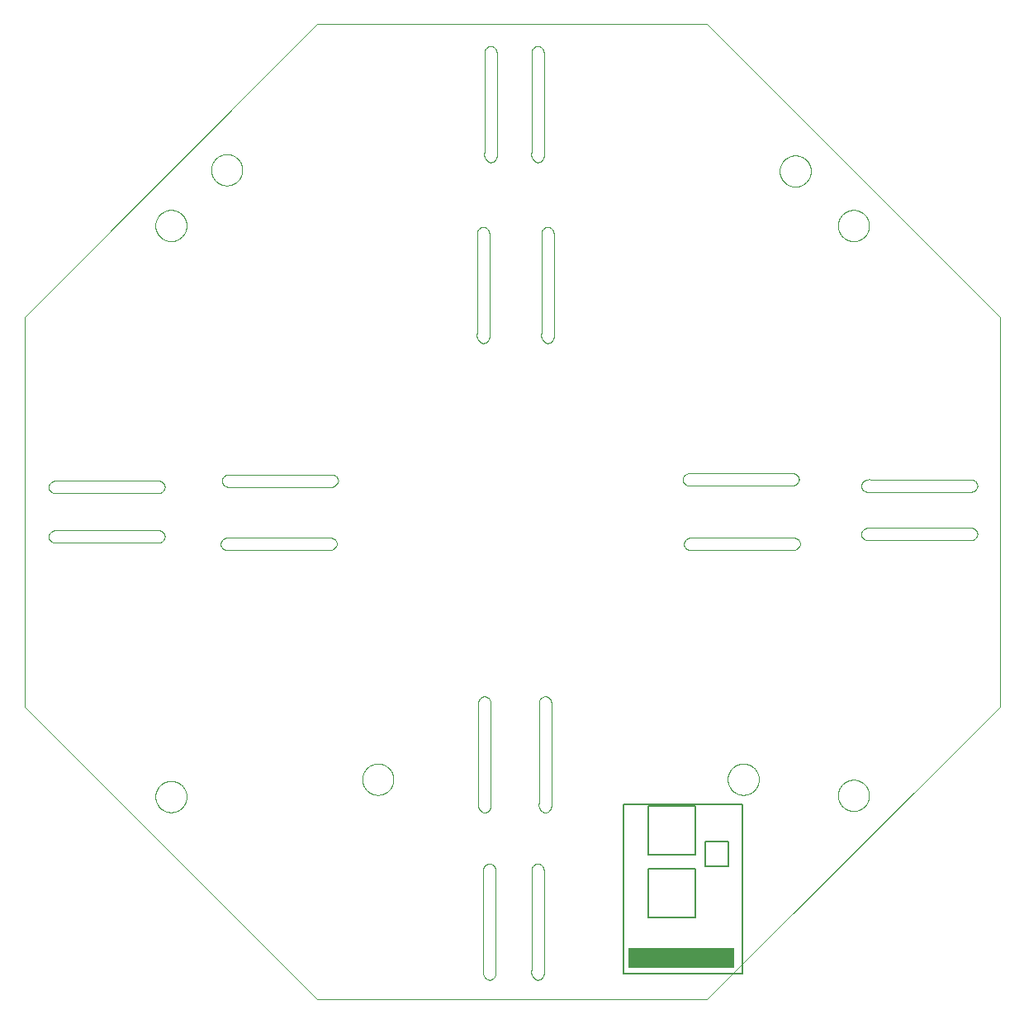
<source format=gbo>
G75*
%MOIN*%
%OFA0B0*%
%FSLAX25Y25*%
%IPPOS*%
%LPD*%
%AMOC8*
5,1,8,0,0,1.08239X$1,22.5*
%
%ADD10C,0.00100*%
%ADD11C,0.00000*%
%ADD12C,0.00500*%
%ADD13R,0.42520X0.07874*%
D10*
X0129480Y0012130D02*
X0011370Y0130240D01*
X0011370Y0287720D01*
X0129480Y0405831D01*
X0286961Y0405831D01*
X0405071Y0287720D01*
X0405071Y0130240D01*
X0286961Y0012130D01*
X0129480Y0012130D01*
X0196500Y0024000D02*
X0196500Y0064000D01*
X0199000Y0067000D02*
X0199103Y0066988D01*
X0199205Y0066973D01*
X0199306Y0066954D01*
X0199407Y0066932D01*
X0199507Y0066905D01*
X0199606Y0066875D01*
X0199703Y0066841D01*
X0199799Y0066804D01*
X0199894Y0066763D01*
X0199987Y0066718D01*
X0200079Y0066670D01*
X0200168Y0066619D01*
X0200256Y0066564D01*
X0200341Y0066506D01*
X0200425Y0066445D01*
X0200505Y0066381D01*
X0200584Y0066314D01*
X0200660Y0066244D01*
X0200733Y0066171D01*
X0200803Y0066096D01*
X0200871Y0066018D01*
X0200936Y0065937D01*
X0200997Y0065854D01*
X0201056Y0065769D01*
X0201111Y0065682D01*
X0201163Y0065592D01*
X0201211Y0065501D01*
X0201256Y0065408D01*
X0201298Y0065314D01*
X0201336Y0065218D01*
X0201370Y0065120D01*
X0201401Y0065022D01*
X0201428Y0064922D01*
X0201451Y0064822D01*
X0201471Y0064720D01*
X0201486Y0064618D01*
X0201498Y0064516D01*
X0201506Y0064413D01*
X0201510Y0064309D01*
X0201511Y0064206D01*
X0201507Y0064103D01*
X0201500Y0064000D01*
X0201500Y0023000D01*
X0199000Y0020000D02*
X0198890Y0020028D01*
X0198780Y0020059D01*
X0198672Y0020094D01*
X0198565Y0020133D01*
X0198459Y0020175D01*
X0198355Y0020221D01*
X0198252Y0020270D01*
X0198151Y0020323D01*
X0198052Y0020380D01*
X0197955Y0020439D01*
X0197860Y0020502D01*
X0197768Y0020568D01*
X0197677Y0020637D01*
X0197589Y0020710D01*
X0197504Y0020785D01*
X0197421Y0020863D01*
X0197341Y0020944D01*
X0197263Y0021028D01*
X0197189Y0021114D01*
X0197118Y0021203D01*
X0197049Y0021294D01*
X0196984Y0021387D01*
X0196922Y0021482D01*
X0196863Y0021580D01*
X0196808Y0021680D01*
X0196756Y0021781D01*
X0196708Y0021884D01*
X0196663Y0021989D01*
X0196621Y0022095D01*
X0196584Y0022202D01*
X0196550Y0022311D01*
X0196520Y0022421D01*
X0196493Y0022532D01*
X0196471Y0022643D01*
X0196452Y0022755D01*
X0196437Y0022868D01*
X0196426Y0022982D01*
X0196419Y0023095D01*
X0196415Y0023209D01*
X0196416Y0023323D01*
X0196420Y0023437D01*
X0196429Y0023550D01*
X0196441Y0023664D01*
X0196457Y0023776D01*
X0196477Y0023889D01*
X0196500Y0024000D01*
X0199000Y0020000D02*
X0199103Y0020012D01*
X0199205Y0020027D01*
X0199306Y0020046D01*
X0199407Y0020068D01*
X0199507Y0020095D01*
X0199606Y0020125D01*
X0199703Y0020159D01*
X0199799Y0020196D01*
X0199894Y0020237D01*
X0199987Y0020282D01*
X0200079Y0020330D01*
X0200168Y0020381D01*
X0200256Y0020436D01*
X0200341Y0020494D01*
X0200425Y0020555D01*
X0200505Y0020619D01*
X0200584Y0020686D01*
X0200660Y0020756D01*
X0200733Y0020829D01*
X0200803Y0020904D01*
X0200871Y0020982D01*
X0200936Y0021063D01*
X0200997Y0021146D01*
X0201056Y0021231D01*
X0201111Y0021318D01*
X0201163Y0021408D01*
X0201211Y0021499D01*
X0201256Y0021592D01*
X0201298Y0021686D01*
X0201336Y0021782D01*
X0201370Y0021880D01*
X0201401Y0021978D01*
X0201428Y0022078D01*
X0201451Y0022178D01*
X0201471Y0022280D01*
X0201486Y0022382D01*
X0201498Y0022484D01*
X0201506Y0022587D01*
X0201510Y0022691D01*
X0201511Y0022794D01*
X0201507Y0022897D01*
X0201500Y0023000D01*
X0216000Y0024000D02*
X0216000Y0064000D01*
X0218500Y0067000D02*
X0218603Y0066988D01*
X0218705Y0066973D01*
X0218806Y0066954D01*
X0218907Y0066932D01*
X0219007Y0066905D01*
X0219106Y0066875D01*
X0219203Y0066841D01*
X0219299Y0066804D01*
X0219394Y0066763D01*
X0219487Y0066718D01*
X0219579Y0066670D01*
X0219668Y0066619D01*
X0219756Y0066564D01*
X0219841Y0066506D01*
X0219925Y0066445D01*
X0220005Y0066381D01*
X0220084Y0066314D01*
X0220160Y0066244D01*
X0220233Y0066171D01*
X0220303Y0066096D01*
X0220371Y0066018D01*
X0220436Y0065937D01*
X0220497Y0065854D01*
X0220556Y0065769D01*
X0220611Y0065682D01*
X0220663Y0065592D01*
X0220711Y0065501D01*
X0220756Y0065408D01*
X0220798Y0065314D01*
X0220836Y0065218D01*
X0220870Y0065120D01*
X0220901Y0065022D01*
X0220928Y0064922D01*
X0220951Y0064822D01*
X0220971Y0064720D01*
X0220986Y0064618D01*
X0220998Y0064516D01*
X0221006Y0064413D01*
X0221010Y0064309D01*
X0221011Y0064206D01*
X0221007Y0064103D01*
X0221000Y0064000D01*
X0221000Y0023000D01*
X0218500Y0020000D02*
X0218390Y0020028D01*
X0218280Y0020059D01*
X0218172Y0020094D01*
X0218065Y0020133D01*
X0217959Y0020175D01*
X0217855Y0020221D01*
X0217752Y0020270D01*
X0217651Y0020323D01*
X0217552Y0020380D01*
X0217455Y0020439D01*
X0217360Y0020502D01*
X0217268Y0020568D01*
X0217177Y0020637D01*
X0217089Y0020710D01*
X0217004Y0020785D01*
X0216921Y0020863D01*
X0216841Y0020944D01*
X0216763Y0021028D01*
X0216689Y0021114D01*
X0216618Y0021203D01*
X0216549Y0021294D01*
X0216484Y0021387D01*
X0216422Y0021482D01*
X0216363Y0021580D01*
X0216308Y0021680D01*
X0216256Y0021781D01*
X0216208Y0021884D01*
X0216163Y0021989D01*
X0216121Y0022095D01*
X0216084Y0022202D01*
X0216050Y0022311D01*
X0216020Y0022421D01*
X0215993Y0022532D01*
X0215971Y0022643D01*
X0215952Y0022755D01*
X0215937Y0022868D01*
X0215926Y0022982D01*
X0215919Y0023095D01*
X0215915Y0023209D01*
X0215916Y0023323D01*
X0215920Y0023437D01*
X0215929Y0023550D01*
X0215941Y0023664D01*
X0215957Y0023776D01*
X0215977Y0023889D01*
X0216000Y0024000D01*
X0218500Y0020000D02*
X0218603Y0020012D01*
X0218705Y0020027D01*
X0218806Y0020046D01*
X0218907Y0020068D01*
X0219007Y0020095D01*
X0219106Y0020125D01*
X0219203Y0020159D01*
X0219299Y0020196D01*
X0219394Y0020237D01*
X0219487Y0020282D01*
X0219579Y0020330D01*
X0219668Y0020381D01*
X0219756Y0020436D01*
X0219841Y0020494D01*
X0219925Y0020555D01*
X0220005Y0020619D01*
X0220084Y0020686D01*
X0220160Y0020756D01*
X0220233Y0020829D01*
X0220303Y0020904D01*
X0220371Y0020982D01*
X0220436Y0021063D01*
X0220497Y0021146D01*
X0220556Y0021231D01*
X0220611Y0021318D01*
X0220663Y0021408D01*
X0220711Y0021499D01*
X0220756Y0021592D01*
X0220798Y0021686D01*
X0220836Y0021782D01*
X0220870Y0021880D01*
X0220901Y0021978D01*
X0220928Y0022078D01*
X0220951Y0022178D01*
X0220971Y0022280D01*
X0220986Y0022382D01*
X0220998Y0022484D01*
X0221006Y0022587D01*
X0221010Y0022691D01*
X0221011Y0022794D01*
X0221007Y0022897D01*
X0221000Y0023000D01*
X0216000Y0064000D02*
X0215993Y0064103D01*
X0215989Y0064206D01*
X0215990Y0064309D01*
X0215994Y0064413D01*
X0216002Y0064516D01*
X0216014Y0064618D01*
X0216029Y0064720D01*
X0216049Y0064822D01*
X0216072Y0064922D01*
X0216099Y0065022D01*
X0216130Y0065120D01*
X0216164Y0065218D01*
X0216202Y0065314D01*
X0216244Y0065408D01*
X0216289Y0065501D01*
X0216337Y0065592D01*
X0216389Y0065682D01*
X0216444Y0065769D01*
X0216503Y0065854D01*
X0216564Y0065937D01*
X0216629Y0066018D01*
X0216697Y0066096D01*
X0216767Y0066171D01*
X0216840Y0066244D01*
X0216916Y0066314D01*
X0216995Y0066381D01*
X0217075Y0066445D01*
X0217159Y0066506D01*
X0217244Y0066564D01*
X0217332Y0066619D01*
X0217421Y0066670D01*
X0217513Y0066718D01*
X0217606Y0066763D01*
X0217701Y0066804D01*
X0217797Y0066841D01*
X0217894Y0066875D01*
X0217993Y0066905D01*
X0218093Y0066932D01*
X0218194Y0066954D01*
X0218295Y0066973D01*
X0218397Y0066988D01*
X0218500Y0067000D01*
X0199000Y0067000D02*
X0198897Y0066988D01*
X0198795Y0066973D01*
X0198694Y0066954D01*
X0198593Y0066932D01*
X0198493Y0066905D01*
X0198394Y0066875D01*
X0198297Y0066841D01*
X0198201Y0066804D01*
X0198106Y0066763D01*
X0198013Y0066718D01*
X0197921Y0066670D01*
X0197832Y0066619D01*
X0197744Y0066564D01*
X0197659Y0066506D01*
X0197575Y0066445D01*
X0197495Y0066381D01*
X0197416Y0066314D01*
X0197340Y0066244D01*
X0197267Y0066171D01*
X0197197Y0066096D01*
X0197129Y0066018D01*
X0197064Y0065937D01*
X0197003Y0065854D01*
X0196944Y0065769D01*
X0196889Y0065682D01*
X0196837Y0065592D01*
X0196789Y0065501D01*
X0196744Y0065408D01*
X0196702Y0065314D01*
X0196664Y0065218D01*
X0196630Y0065120D01*
X0196599Y0065022D01*
X0196572Y0064922D01*
X0196549Y0064822D01*
X0196529Y0064720D01*
X0196514Y0064618D01*
X0196502Y0064516D01*
X0196494Y0064413D01*
X0196490Y0064309D01*
X0196489Y0064206D01*
X0196493Y0064103D01*
X0196500Y0064000D01*
X0197000Y0087500D02*
X0197103Y0087512D01*
X0197205Y0087527D01*
X0197306Y0087546D01*
X0197407Y0087568D01*
X0197507Y0087595D01*
X0197606Y0087625D01*
X0197703Y0087659D01*
X0197799Y0087696D01*
X0197894Y0087737D01*
X0197987Y0087782D01*
X0198079Y0087830D01*
X0198168Y0087881D01*
X0198256Y0087936D01*
X0198341Y0087994D01*
X0198425Y0088055D01*
X0198505Y0088119D01*
X0198584Y0088186D01*
X0198660Y0088256D01*
X0198733Y0088329D01*
X0198803Y0088404D01*
X0198871Y0088482D01*
X0198936Y0088563D01*
X0198997Y0088646D01*
X0199056Y0088731D01*
X0199111Y0088818D01*
X0199163Y0088908D01*
X0199211Y0088999D01*
X0199256Y0089092D01*
X0199298Y0089186D01*
X0199336Y0089282D01*
X0199370Y0089380D01*
X0199401Y0089478D01*
X0199428Y0089578D01*
X0199451Y0089678D01*
X0199471Y0089780D01*
X0199486Y0089882D01*
X0199498Y0089984D01*
X0199506Y0090087D01*
X0199510Y0090191D01*
X0199511Y0090294D01*
X0199507Y0090397D01*
X0199500Y0090500D01*
X0199500Y0131500D01*
X0197000Y0134500D02*
X0196897Y0134488D01*
X0196795Y0134473D01*
X0196694Y0134454D01*
X0196593Y0134432D01*
X0196493Y0134405D01*
X0196394Y0134375D01*
X0196297Y0134341D01*
X0196201Y0134304D01*
X0196106Y0134263D01*
X0196013Y0134218D01*
X0195921Y0134170D01*
X0195832Y0134119D01*
X0195744Y0134064D01*
X0195659Y0134006D01*
X0195575Y0133945D01*
X0195495Y0133881D01*
X0195416Y0133814D01*
X0195340Y0133744D01*
X0195267Y0133671D01*
X0195197Y0133596D01*
X0195129Y0133518D01*
X0195064Y0133437D01*
X0195003Y0133354D01*
X0194944Y0133269D01*
X0194889Y0133182D01*
X0194837Y0133092D01*
X0194789Y0133001D01*
X0194744Y0132908D01*
X0194702Y0132814D01*
X0194664Y0132718D01*
X0194630Y0132620D01*
X0194599Y0132522D01*
X0194572Y0132422D01*
X0194549Y0132322D01*
X0194529Y0132220D01*
X0194514Y0132118D01*
X0194502Y0132016D01*
X0194494Y0131913D01*
X0194490Y0131809D01*
X0194489Y0131706D01*
X0194493Y0131603D01*
X0194500Y0131500D01*
X0194500Y0091500D01*
X0194477Y0091389D01*
X0194457Y0091276D01*
X0194441Y0091164D01*
X0194429Y0091050D01*
X0194420Y0090937D01*
X0194416Y0090823D01*
X0194415Y0090709D01*
X0194419Y0090595D01*
X0194426Y0090482D01*
X0194437Y0090368D01*
X0194452Y0090255D01*
X0194471Y0090143D01*
X0194493Y0090032D01*
X0194520Y0089921D01*
X0194550Y0089811D01*
X0194584Y0089702D01*
X0194621Y0089595D01*
X0194663Y0089489D01*
X0194708Y0089384D01*
X0194756Y0089281D01*
X0194808Y0089180D01*
X0194863Y0089080D01*
X0194922Y0088982D01*
X0194984Y0088887D01*
X0195049Y0088794D01*
X0195118Y0088703D01*
X0195189Y0088614D01*
X0195263Y0088528D01*
X0195341Y0088444D01*
X0195421Y0088363D01*
X0195504Y0088285D01*
X0195589Y0088210D01*
X0195677Y0088137D01*
X0195768Y0088068D01*
X0195860Y0088002D01*
X0195955Y0087939D01*
X0196052Y0087880D01*
X0196151Y0087823D01*
X0196252Y0087770D01*
X0196355Y0087721D01*
X0196459Y0087675D01*
X0196565Y0087633D01*
X0196672Y0087594D01*
X0196780Y0087559D01*
X0196890Y0087528D01*
X0197000Y0087500D01*
X0219000Y0091500D02*
X0219000Y0131500D01*
X0221500Y0134500D02*
X0221603Y0134488D01*
X0221705Y0134473D01*
X0221806Y0134454D01*
X0221907Y0134432D01*
X0222007Y0134405D01*
X0222106Y0134375D01*
X0222203Y0134341D01*
X0222299Y0134304D01*
X0222394Y0134263D01*
X0222487Y0134218D01*
X0222579Y0134170D01*
X0222668Y0134119D01*
X0222756Y0134064D01*
X0222841Y0134006D01*
X0222925Y0133945D01*
X0223005Y0133881D01*
X0223084Y0133814D01*
X0223160Y0133744D01*
X0223233Y0133671D01*
X0223303Y0133596D01*
X0223371Y0133518D01*
X0223436Y0133437D01*
X0223497Y0133354D01*
X0223556Y0133269D01*
X0223611Y0133182D01*
X0223663Y0133092D01*
X0223711Y0133001D01*
X0223756Y0132908D01*
X0223798Y0132814D01*
X0223836Y0132718D01*
X0223870Y0132620D01*
X0223901Y0132522D01*
X0223928Y0132422D01*
X0223951Y0132322D01*
X0223971Y0132220D01*
X0223986Y0132118D01*
X0223998Y0132016D01*
X0224006Y0131913D01*
X0224010Y0131809D01*
X0224011Y0131706D01*
X0224007Y0131603D01*
X0224000Y0131500D01*
X0224000Y0090500D01*
X0221500Y0087500D02*
X0221390Y0087528D01*
X0221280Y0087559D01*
X0221172Y0087594D01*
X0221065Y0087633D01*
X0220959Y0087675D01*
X0220855Y0087721D01*
X0220752Y0087770D01*
X0220651Y0087823D01*
X0220552Y0087880D01*
X0220455Y0087939D01*
X0220360Y0088002D01*
X0220268Y0088068D01*
X0220177Y0088137D01*
X0220089Y0088210D01*
X0220004Y0088285D01*
X0219921Y0088363D01*
X0219841Y0088444D01*
X0219763Y0088528D01*
X0219689Y0088614D01*
X0219618Y0088703D01*
X0219549Y0088794D01*
X0219484Y0088887D01*
X0219422Y0088982D01*
X0219363Y0089080D01*
X0219308Y0089180D01*
X0219256Y0089281D01*
X0219208Y0089384D01*
X0219163Y0089489D01*
X0219121Y0089595D01*
X0219084Y0089702D01*
X0219050Y0089811D01*
X0219020Y0089921D01*
X0218993Y0090032D01*
X0218971Y0090143D01*
X0218952Y0090255D01*
X0218937Y0090368D01*
X0218926Y0090482D01*
X0218919Y0090595D01*
X0218915Y0090709D01*
X0218916Y0090823D01*
X0218920Y0090937D01*
X0218929Y0091050D01*
X0218941Y0091164D01*
X0218957Y0091276D01*
X0218977Y0091389D01*
X0219000Y0091500D01*
X0221500Y0087500D02*
X0221603Y0087512D01*
X0221705Y0087527D01*
X0221806Y0087546D01*
X0221907Y0087568D01*
X0222007Y0087595D01*
X0222106Y0087625D01*
X0222203Y0087659D01*
X0222299Y0087696D01*
X0222394Y0087737D01*
X0222487Y0087782D01*
X0222579Y0087830D01*
X0222668Y0087881D01*
X0222756Y0087936D01*
X0222841Y0087994D01*
X0222925Y0088055D01*
X0223005Y0088119D01*
X0223084Y0088186D01*
X0223160Y0088256D01*
X0223233Y0088329D01*
X0223303Y0088404D01*
X0223371Y0088482D01*
X0223436Y0088563D01*
X0223497Y0088646D01*
X0223556Y0088731D01*
X0223611Y0088818D01*
X0223663Y0088908D01*
X0223711Y0088999D01*
X0223756Y0089092D01*
X0223798Y0089186D01*
X0223836Y0089282D01*
X0223870Y0089380D01*
X0223901Y0089478D01*
X0223928Y0089578D01*
X0223951Y0089678D01*
X0223971Y0089780D01*
X0223986Y0089882D01*
X0223998Y0089984D01*
X0224006Y0090087D01*
X0224010Y0090191D01*
X0224011Y0090294D01*
X0224007Y0090397D01*
X0224000Y0090500D01*
X0219000Y0131500D02*
X0218993Y0131603D01*
X0218989Y0131706D01*
X0218990Y0131809D01*
X0218994Y0131913D01*
X0219002Y0132016D01*
X0219014Y0132118D01*
X0219029Y0132220D01*
X0219049Y0132322D01*
X0219072Y0132422D01*
X0219099Y0132522D01*
X0219130Y0132620D01*
X0219164Y0132718D01*
X0219202Y0132814D01*
X0219244Y0132908D01*
X0219289Y0133001D01*
X0219337Y0133092D01*
X0219389Y0133182D01*
X0219444Y0133269D01*
X0219503Y0133354D01*
X0219564Y0133437D01*
X0219629Y0133518D01*
X0219697Y0133596D01*
X0219767Y0133671D01*
X0219840Y0133744D01*
X0219916Y0133814D01*
X0219995Y0133881D01*
X0220075Y0133945D01*
X0220159Y0134006D01*
X0220244Y0134064D01*
X0220332Y0134119D01*
X0220421Y0134170D01*
X0220513Y0134218D01*
X0220606Y0134263D01*
X0220701Y0134304D01*
X0220797Y0134341D01*
X0220894Y0134375D01*
X0220993Y0134405D01*
X0221093Y0134432D01*
X0221194Y0134454D01*
X0221295Y0134473D01*
X0221397Y0134488D01*
X0221500Y0134500D01*
X0199500Y0131500D02*
X0199507Y0131603D01*
X0199511Y0131706D01*
X0199510Y0131809D01*
X0199506Y0131913D01*
X0199498Y0132016D01*
X0199486Y0132118D01*
X0199471Y0132220D01*
X0199451Y0132322D01*
X0199428Y0132422D01*
X0199401Y0132522D01*
X0199370Y0132620D01*
X0199336Y0132718D01*
X0199298Y0132814D01*
X0199256Y0132908D01*
X0199211Y0133001D01*
X0199163Y0133092D01*
X0199111Y0133182D01*
X0199056Y0133269D01*
X0198997Y0133354D01*
X0198936Y0133437D01*
X0198871Y0133518D01*
X0198803Y0133596D01*
X0198733Y0133671D01*
X0198660Y0133744D01*
X0198584Y0133814D01*
X0198505Y0133881D01*
X0198425Y0133945D01*
X0198341Y0134006D01*
X0198256Y0134064D01*
X0198168Y0134119D01*
X0198079Y0134170D01*
X0197987Y0134218D01*
X0197894Y0134263D01*
X0197799Y0134304D01*
X0197703Y0134341D01*
X0197606Y0134375D01*
X0197507Y0134405D01*
X0197407Y0134432D01*
X0197306Y0134454D01*
X0197205Y0134473D01*
X0197103Y0134488D01*
X0197000Y0134500D01*
X0133500Y0193500D02*
X0093500Y0193500D01*
X0090500Y0196000D02*
X0090512Y0196103D01*
X0090527Y0196205D01*
X0090546Y0196306D01*
X0090568Y0196407D01*
X0090595Y0196507D01*
X0090625Y0196606D01*
X0090659Y0196703D01*
X0090696Y0196799D01*
X0090737Y0196894D01*
X0090782Y0196987D01*
X0090830Y0197079D01*
X0090881Y0197168D01*
X0090936Y0197256D01*
X0090994Y0197341D01*
X0091055Y0197425D01*
X0091119Y0197505D01*
X0091186Y0197584D01*
X0091256Y0197660D01*
X0091329Y0197733D01*
X0091404Y0197803D01*
X0091482Y0197871D01*
X0091563Y0197936D01*
X0091646Y0197997D01*
X0091731Y0198056D01*
X0091818Y0198111D01*
X0091908Y0198163D01*
X0091999Y0198211D01*
X0092092Y0198256D01*
X0092186Y0198298D01*
X0092282Y0198336D01*
X0092380Y0198370D01*
X0092478Y0198401D01*
X0092578Y0198428D01*
X0092678Y0198451D01*
X0092780Y0198471D01*
X0092882Y0198486D01*
X0092984Y0198498D01*
X0093087Y0198506D01*
X0093191Y0198510D01*
X0093294Y0198511D01*
X0093397Y0198507D01*
X0093500Y0198500D01*
X0134500Y0198500D01*
X0137500Y0196000D02*
X0137472Y0195890D01*
X0137441Y0195780D01*
X0137406Y0195672D01*
X0137367Y0195565D01*
X0137325Y0195459D01*
X0137279Y0195355D01*
X0137230Y0195252D01*
X0137177Y0195151D01*
X0137120Y0195052D01*
X0137061Y0194955D01*
X0136998Y0194860D01*
X0136932Y0194768D01*
X0136863Y0194677D01*
X0136790Y0194589D01*
X0136715Y0194504D01*
X0136637Y0194421D01*
X0136556Y0194341D01*
X0136472Y0194263D01*
X0136386Y0194189D01*
X0136297Y0194118D01*
X0136206Y0194049D01*
X0136113Y0193984D01*
X0136018Y0193922D01*
X0135920Y0193863D01*
X0135820Y0193808D01*
X0135719Y0193756D01*
X0135616Y0193708D01*
X0135511Y0193663D01*
X0135405Y0193621D01*
X0135298Y0193584D01*
X0135189Y0193550D01*
X0135079Y0193520D01*
X0134968Y0193493D01*
X0134857Y0193471D01*
X0134745Y0193452D01*
X0134632Y0193437D01*
X0134518Y0193426D01*
X0134405Y0193419D01*
X0134291Y0193415D01*
X0134177Y0193416D01*
X0134063Y0193420D01*
X0133950Y0193429D01*
X0133836Y0193441D01*
X0133724Y0193457D01*
X0133611Y0193477D01*
X0133500Y0193500D01*
X0137500Y0196000D02*
X0137488Y0196103D01*
X0137473Y0196205D01*
X0137454Y0196306D01*
X0137432Y0196407D01*
X0137405Y0196507D01*
X0137375Y0196606D01*
X0137341Y0196703D01*
X0137304Y0196799D01*
X0137263Y0196894D01*
X0137218Y0196987D01*
X0137170Y0197079D01*
X0137119Y0197168D01*
X0137064Y0197256D01*
X0137006Y0197341D01*
X0136945Y0197425D01*
X0136881Y0197505D01*
X0136814Y0197584D01*
X0136744Y0197660D01*
X0136671Y0197733D01*
X0136596Y0197803D01*
X0136518Y0197871D01*
X0136437Y0197936D01*
X0136354Y0197997D01*
X0136269Y0198056D01*
X0136182Y0198111D01*
X0136092Y0198163D01*
X0136001Y0198211D01*
X0135908Y0198256D01*
X0135814Y0198298D01*
X0135718Y0198336D01*
X0135620Y0198370D01*
X0135522Y0198401D01*
X0135422Y0198428D01*
X0135322Y0198451D01*
X0135220Y0198471D01*
X0135118Y0198486D01*
X0135016Y0198498D01*
X0134913Y0198506D01*
X0134809Y0198510D01*
X0134706Y0198511D01*
X0134603Y0198507D01*
X0134500Y0198500D01*
X0134000Y0219000D02*
X0094000Y0219000D01*
X0091000Y0221500D02*
X0091012Y0221603D01*
X0091027Y0221705D01*
X0091046Y0221806D01*
X0091068Y0221907D01*
X0091095Y0222007D01*
X0091125Y0222106D01*
X0091159Y0222203D01*
X0091196Y0222299D01*
X0091237Y0222394D01*
X0091282Y0222487D01*
X0091330Y0222579D01*
X0091381Y0222668D01*
X0091436Y0222756D01*
X0091494Y0222841D01*
X0091555Y0222925D01*
X0091619Y0223005D01*
X0091686Y0223084D01*
X0091756Y0223160D01*
X0091829Y0223233D01*
X0091904Y0223303D01*
X0091982Y0223371D01*
X0092063Y0223436D01*
X0092146Y0223497D01*
X0092231Y0223556D01*
X0092318Y0223611D01*
X0092408Y0223663D01*
X0092499Y0223711D01*
X0092592Y0223756D01*
X0092686Y0223798D01*
X0092782Y0223836D01*
X0092880Y0223870D01*
X0092978Y0223901D01*
X0093078Y0223928D01*
X0093178Y0223951D01*
X0093280Y0223971D01*
X0093382Y0223986D01*
X0093484Y0223998D01*
X0093587Y0224006D01*
X0093691Y0224010D01*
X0093794Y0224011D01*
X0093897Y0224007D01*
X0094000Y0224000D01*
X0135000Y0224000D01*
X0138000Y0221500D02*
X0137972Y0221390D01*
X0137941Y0221280D01*
X0137906Y0221172D01*
X0137867Y0221065D01*
X0137825Y0220959D01*
X0137779Y0220855D01*
X0137730Y0220752D01*
X0137677Y0220651D01*
X0137620Y0220552D01*
X0137561Y0220455D01*
X0137498Y0220360D01*
X0137432Y0220268D01*
X0137363Y0220177D01*
X0137290Y0220089D01*
X0137215Y0220004D01*
X0137137Y0219921D01*
X0137056Y0219841D01*
X0136972Y0219763D01*
X0136886Y0219689D01*
X0136797Y0219618D01*
X0136706Y0219549D01*
X0136613Y0219484D01*
X0136518Y0219422D01*
X0136420Y0219363D01*
X0136320Y0219308D01*
X0136219Y0219256D01*
X0136116Y0219208D01*
X0136011Y0219163D01*
X0135905Y0219121D01*
X0135798Y0219084D01*
X0135689Y0219050D01*
X0135579Y0219020D01*
X0135468Y0218993D01*
X0135357Y0218971D01*
X0135245Y0218952D01*
X0135132Y0218937D01*
X0135018Y0218926D01*
X0134905Y0218919D01*
X0134791Y0218915D01*
X0134677Y0218916D01*
X0134563Y0218920D01*
X0134450Y0218929D01*
X0134336Y0218941D01*
X0134224Y0218957D01*
X0134111Y0218977D01*
X0134000Y0219000D01*
X0138000Y0221500D02*
X0137988Y0221603D01*
X0137973Y0221705D01*
X0137954Y0221806D01*
X0137932Y0221907D01*
X0137905Y0222007D01*
X0137875Y0222106D01*
X0137841Y0222203D01*
X0137804Y0222299D01*
X0137763Y0222394D01*
X0137718Y0222487D01*
X0137670Y0222579D01*
X0137619Y0222668D01*
X0137564Y0222756D01*
X0137506Y0222841D01*
X0137445Y0222925D01*
X0137381Y0223005D01*
X0137314Y0223084D01*
X0137244Y0223160D01*
X0137171Y0223233D01*
X0137096Y0223303D01*
X0137018Y0223371D01*
X0136937Y0223436D01*
X0136854Y0223497D01*
X0136769Y0223556D01*
X0136682Y0223611D01*
X0136592Y0223663D01*
X0136501Y0223711D01*
X0136408Y0223756D01*
X0136314Y0223798D01*
X0136218Y0223836D01*
X0136120Y0223870D01*
X0136022Y0223901D01*
X0135922Y0223928D01*
X0135822Y0223951D01*
X0135720Y0223971D01*
X0135618Y0223986D01*
X0135516Y0223998D01*
X0135413Y0224006D01*
X0135309Y0224010D01*
X0135206Y0224011D01*
X0135103Y0224007D01*
X0135000Y0224000D01*
X0094000Y0219000D02*
X0093897Y0218993D01*
X0093794Y0218989D01*
X0093691Y0218990D01*
X0093587Y0218994D01*
X0093484Y0219002D01*
X0093382Y0219014D01*
X0093280Y0219029D01*
X0093178Y0219049D01*
X0093078Y0219072D01*
X0092978Y0219099D01*
X0092880Y0219130D01*
X0092782Y0219164D01*
X0092686Y0219202D01*
X0092592Y0219244D01*
X0092499Y0219289D01*
X0092408Y0219337D01*
X0092318Y0219389D01*
X0092231Y0219444D01*
X0092146Y0219503D01*
X0092063Y0219564D01*
X0091982Y0219629D01*
X0091904Y0219697D01*
X0091829Y0219767D01*
X0091756Y0219840D01*
X0091686Y0219916D01*
X0091619Y0219995D01*
X0091555Y0220075D01*
X0091494Y0220159D01*
X0091436Y0220244D01*
X0091381Y0220332D01*
X0091330Y0220421D01*
X0091282Y0220513D01*
X0091237Y0220606D01*
X0091196Y0220701D01*
X0091159Y0220797D01*
X0091125Y0220894D01*
X0091095Y0220993D01*
X0091068Y0221093D01*
X0091046Y0221194D01*
X0091027Y0221295D01*
X0091012Y0221397D01*
X0091000Y0221500D01*
X0090500Y0196000D02*
X0090512Y0195897D01*
X0090527Y0195795D01*
X0090546Y0195694D01*
X0090568Y0195593D01*
X0090595Y0195493D01*
X0090625Y0195394D01*
X0090659Y0195297D01*
X0090696Y0195201D01*
X0090737Y0195106D01*
X0090782Y0195013D01*
X0090830Y0194921D01*
X0090881Y0194832D01*
X0090936Y0194744D01*
X0090994Y0194659D01*
X0091055Y0194575D01*
X0091119Y0194495D01*
X0091186Y0194416D01*
X0091256Y0194340D01*
X0091329Y0194267D01*
X0091404Y0194197D01*
X0091482Y0194129D01*
X0091563Y0194064D01*
X0091646Y0194003D01*
X0091731Y0193944D01*
X0091818Y0193889D01*
X0091908Y0193837D01*
X0091999Y0193789D01*
X0092092Y0193744D01*
X0092186Y0193702D01*
X0092282Y0193664D01*
X0092380Y0193630D01*
X0092478Y0193599D01*
X0092578Y0193572D01*
X0092678Y0193549D01*
X0092780Y0193529D01*
X0092882Y0193514D01*
X0092984Y0193502D01*
X0093087Y0193494D01*
X0093191Y0193490D01*
X0093294Y0193489D01*
X0093397Y0193493D01*
X0093500Y0193500D01*
X0065000Y0196500D02*
X0024000Y0196500D01*
X0021000Y0199000D02*
X0021028Y0199110D01*
X0021059Y0199220D01*
X0021094Y0199328D01*
X0021133Y0199435D01*
X0021175Y0199541D01*
X0021221Y0199645D01*
X0021270Y0199748D01*
X0021323Y0199849D01*
X0021380Y0199948D01*
X0021439Y0200045D01*
X0021502Y0200140D01*
X0021568Y0200232D01*
X0021637Y0200323D01*
X0021710Y0200411D01*
X0021785Y0200496D01*
X0021863Y0200579D01*
X0021944Y0200659D01*
X0022028Y0200737D01*
X0022114Y0200811D01*
X0022203Y0200882D01*
X0022294Y0200951D01*
X0022387Y0201016D01*
X0022482Y0201078D01*
X0022580Y0201137D01*
X0022680Y0201192D01*
X0022781Y0201244D01*
X0022884Y0201292D01*
X0022989Y0201337D01*
X0023095Y0201379D01*
X0023202Y0201416D01*
X0023311Y0201450D01*
X0023421Y0201480D01*
X0023532Y0201507D01*
X0023643Y0201529D01*
X0023755Y0201548D01*
X0023868Y0201563D01*
X0023982Y0201574D01*
X0024095Y0201581D01*
X0024209Y0201585D01*
X0024323Y0201584D01*
X0024437Y0201580D01*
X0024550Y0201571D01*
X0024664Y0201559D01*
X0024776Y0201543D01*
X0024889Y0201523D01*
X0025000Y0201500D01*
X0065000Y0201500D01*
X0068000Y0199000D02*
X0067988Y0198897D01*
X0067973Y0198795D01*
X0067954Y0198694D01*
X0067932Y0198593D01*
X0067905Y0198493D01*
X0067875Y0198394D01*
X0067841Y0198297D01*
X0067804Y0198201D01*
X0067763Y0198106D01*
X0067718Y0198013D01*
X0067670Y0197921D01*
X0067619Y0197832D01*
X0067564Y0197744D01*
X0067506Y0197659D01*
X0067445Y0197575D01*
X0067381Y0197495D01*
X0067314Y0197416D01*
X0067244Y0197340D01*
X0067171Y0197267D01*
X0067096Y0197197D01*
X0067018Y0197129D01*
X0066937Y0197064D01*
X0066854Y0197003D01*
X0066769Y0196944D01*
X0066682Y0196889D01*
X0066592Y0196837D01*
X0066501Y0196789D01*
X0066408Y0196744D01*
X0066314Y0196702D01*
X0066218Y0196664D01*
X0066120Y0196630D01*
X0066022Y0196599D01*
X0065922Y0196572D01*
X0065822Y0196549D01*
X0065720Y0196529D01*
X0065618Y0196514D01*
X0065516Y0196502D01*
X0065413Y0196494D01*
X0065309Y0196490D01*
X0065206Y0196489D01*
X0065103Y0196493D01*
X0065000Y0196500D01*
X0068000Y0199000D02*
X0067988Y0199103D01*
X0067973Y0199205D01*
X0067954Y0199306D01*
X0067932Y0199407D01*
X0067905Y0199507D01*
X0067875Y0199606D01*
X0067841Y0199703D01*
X0067804Y0199799D01*
X0067763Y0199894D01*
X0067718Y0199987D01*
X0067670Y0200079D01*
X0067619Y0200168D01*
X0067564Y0200256D01*
X0067506Y0200341D01*
X0067445Y0200425D01*
X0067381Y0200505D01*
X0067314Y0200584D01*
X0067244Y0200660D01*
X0067171Y0200733D01*
X0067096Y0200803D01*
X0067018Y0200871D01*
X0066937Y0200936D01*
X0066854Y0200997D01*
X0066769Y0201056D01*
X0066682Y0201111D01*
X0066592Y0201163D01*
X0066501Y0201211D01*
X0066408Y0201256D01*
X0066314Y0201298D01*
X0066218Y0201336D01*
X0066120Y0201370D01*
X0066022Y0201401D01*
X0065922Y0201428D01*
X0065822Y0201451D01*
X0065720Y0201471D01*
X0065618Y0201486D01*
X0065516Y0201498D01*
X0065413Y0201506D01*
X0065309Y0201510D01*
X0065206Y0201511D01*
X0065103Y0201507D01*
X0065000Y0201500D01*
X0065000Y0216500D02*
X0024000Y0216500D01*
X0021000Y0219000D02*
X0021028Y0219110D01*
X0021059Y0219220D01*
X0021094Y0219328D01*
X0021133Y0219435D01*
X0021175Y0219541D01*
X0021221Y0219645D01*
X0021270Y0219748D01*
X0021323Y0219849D01*
X0021380Y0219948D01*
X0021439Y0220045D01*
X0021502Y0220140D01*
X0021568Y0220232D01*
X0021637Y0220323D01*
X0021710Y0220411D01*
X0021785Y0220496D01*
X0021863Y0220579D01*
X0021944Y0220659D01*
X0022028Y0220737D01*
X0022114Y0220811D01*
X0022203Y0220882D01*
X0022294Y0220951D01*
X0022387Y0221016D01*
X0022482Y0221078D01*
X0022580Y0221137D01*
X0022680Y0221192D01*
X0022781Y0221244D01*
X0022884Y0221292D01*
X0022989Y0221337D01*
X0023095Y0221379D01*
X0023202Y0221416D01*
X0023311Y0221450D01*
X0023421Y0221480D01*
X0023532Y0221507D01*
X0023643Y0221529D01*
X0023755Y0221548D01*
X0023868Y0221563D01*
X0023982Y0221574D01*
X0024095Y0221581D01*
X0024209Y0221585D01*
X0024323Y0221584D01*
X0024437Y0221580D01*
X0024550Y0221571D01*
X0024664Y0221559D01*
X0024776Y0221543D01*
X0024889Y0221523D01*
X0025000Y0221500D01*
X0065000Y0221500D01*
X0068000Y0219000D02*
X0067988Y0218897D01*
X0067973Y0218795D01*
X0067954Y0218694D01*
X0067932Y0218593D01*
X0067905Y0218493D01*
X0067875Y0218394D01*
X0067841Y0218297D01*
X0067804Y0218201D01*
X0067763Y0218106D01*
X0067718Y0218013D01*
X0067670Y0217921D01*
X0067619Y0217832D01*
X0067564Y0217744D01*
X0067506Y0217659D01*
X0067445Y0217575D01*
X0067381Y0217495D01*
X0067314Y0217416D01*
X0067244Y0217340D01*
X0067171Y0217267D01*
X0067096Y0217197D01*
X0067018Y0217129D01*
X0066937Y0217064D01*
X0066854Y0217003D01*
X0066769Y0216944D01*
X0066682Y0216889D01*
X0066592Y0216837D01*
X0066501Y0216789D01*
X0066408Y0216744D01*
X0066314Y0216702D01*
X0066218Y0216664D01*
X0066120Y0216630D01*
X0066022Y0216599D01*
X0065922Y0216572D01*
X0065822Y0216549D01*
X0065720Y0216529D01*
X0065618Y0216514D01*
X0065516Y0216502D01*
X0065413Y0216494D01*
X0065309Y0216490D01*
X0065206Y0216489D01*
X0065103Y0216493D01*
X0065000Y0216500D01*
X0068000Y0219000D02*
X0067988Y0219103D01*
X0067973Y0219205D01*
X0067954Y0219306D01*
X0067932Y0219407D01*
X0067905Y0219507D01*
X0067875Y0219606D01*
X0067841Y0219703D01*
X0067804Y0219799D01*
X0067763Y0219894D01*
X0067718Y0219987D01*
X0067670Y0220079D01*
X0067619Y0220168D01*
X0067564Y0220256D01*
X0067506Y0220341D01*
X0067445Y0220425D01*
X0067381Y0220505D01*
X0067314Y0220584D01*
X0067244Y0220660D01*
X0067171Y0220733D01*
X0067096Y0220803D01*
X0067018Y0220871D01*
X0066937Y0220936D01*
X0066854Y0220997D01*
X0066769Y0221056D01*
X0066682Y0221111D01*
X0066592Y0221163D01*
X0066501Y0221211D01*
X0066408Y0221256D01*
X0066314Y0221298D01*
X0066218Y0221336D01*
X0066120Y0221370D01*
X0066022Y0221401D01*
X0065922Y0221428D01*
X0065822Y0221451D01*
X0065720Y0221471D01*
X0065618Y0221486D01*
X0065516Y0221498D01*
X0065413Y0221506D01*
X0065309Y0221510D01*
X0065206Y0221511D01*
X0065103Y0221507D01*
X0065000Y0221500D01*
X0024000Y0216500D02*
X0023897Y0216493D01*
X0023794Y0216489D01*
X0023691Y0216490D01*
X0023587Y0216494D01*
X0023484Y0216502D01*
X0023382Y0216514D01*
X0023280Y0216529D01*
X0023178Y0216549D01*
X0023078Y0216572D01*
X0022978Y0216599D01*
X0022880Y0216630D01*
X0022782Y0216664D01*
X0022686Y0216702D01*
X0022592Y0216744D01*
X0022499Y0216789D01*
X0022408Y0216837D01*
X0022318Y0216889D01*
X0022231Y0216944D01*
X0022146Y0217003D01*
X0022063Y0217064D01*
X0021982Y0217129D01*
X0021904Y0217197D01*
X0021829Y0217267D01*
X0021756Y0217340D01*
X0021686Y0217416D01*
X0021619Y0217495D01*
X0021555Y0217575D01*
X0021494Y0217659D01*
X0021436Y0217744D01*
X0021381Y0217832D01*
X0021330Y0217921D01*
X0021282Y0218013D01*
X0021237Y0218106D01*
X0021196Y0218201D01*
X0021159Y0218297D01*
X0021125Y0218394D01*
X0021095Y0218493D01*
X0021068Y0218593D01*
X0021046Y0218694D01*
X0021027Y0218795D01*
X0021012Y0218897D01*
X0021000Y0219000D01*
X0021000Y0199000D02*
X0021012Y0198897D01*
X0021027Y0198795D01*
X0021046Y0198694D01*
X0021068Y0198593D01*
X0021095Y0198493D01*
X0021125Y0198394D01*
X0021159Y0198297D01*
X0021196Y0198201D01*
X0021237Y0198106D01*
X0021282Y0198013D01*
X0021330Y0197921D01*
X0021381Y0197832D01*
X0021436Y0197744D01*
X0021494Y0197659D01*
X0021555Y0197575D01*
X0021619Y0197495D01*
X0021686Y0197416D01*
X0021756Y0197340D01*
X0021829Y0197267D01*
X0021904Y0197197D01*
X0021982Y0197129D01*
X0022063Y0197064D01*
X0022146Y0197003D01*
X0022231Y0196944D01*
X0022318Y0196889D01*
X0022408Y0196837D01*
X0022499Y0196789D01*
X0022592Y0196744D01*
X0022686Y0196702D01*
X0022782Y0196664D01*
X0022880Y0196630D01*
X0022978Y0196599D01*
X0023078Y0196572D01*
X0023178Y0196549D01*
X0023280Y0196529D01*
X0023382Y0196514D01*
X0023484Y0196502D01*
X0023587Y0196494D01*
X0023691Y0196490D01*
X0023794Y0196489D01*
X0023897Y0196493D01*
X0024000Y0196500D01*
X0194000Y0281000D02*
X0194000Y0321000D01*
X0196500Y0324000D02*
X0196603Y0323988D01*
X0196705Y0323973D01*
X0196806Y0323954D01*
X0196907Y0323932D01*
X0197007Y0323905D01*
X0197106Y0323875D01*
X0197203Y0323841D01*
X0197299Y0323804D01*
X0197394Y0323763D01*
X0197487Y0323718D01*
X0197579Y0323670D01*
X0197668Y0323619D01*
X0197756Y0323564D01*
X0197841Y0323506D01*
X0197925Y0323445D01*
X0198005Y0323381D01*
X0198084Y0323314D01*
X0198160Y0323244D01*
X0198233Y0323171D01*
X0198303Y0323096D01*
X0198371Y0323018D01*
X0198436Y0322937D01*
X0198497Y0322854D01*
X0198556Y0322769D01*
X0198611Y0322682D01*
X0198663Y0322592D01*
X0198711Y0322501D01*
X0198756Y0322408D01*
X0198798Y0322314D01*
X0198836Y0322218D01*
X0198870Y0322120D01*
X0198901Y0322022D01*
X0198928Y0321922D01*
X0198951Y0321822D01*
X0198971Y0321720D01*
X0198986Y0321618D01*
X0198998Y0321516D01*
X0199006Y0321413D01*
X0199010Y0321309D01*
X0199011Y0321206D01*
X0199007Y0321103D01*
X0199000Y0321000D01*
X0199000Y0280000D01*
X0196500Y0277000D02*
X0196390Y0277028D01*
X0196280Y0277059D01*
X0196172Y0277094D01*
X0196065Y0277133D01*
X0195959Y0277175D01*
X0195855Y0277221D01*
X0195752Y0277270D01*
X0195651Y0277323D01*
X0195552Y0277380D01*
X0195455Y0277439D01*
X0195360Y0277502D01*
X0195268Y0277568D01*
X0195177Y0277637D01*
X0195089Y0277710D01*
X0195004Y0277785D01*
X0194921Y0277863D01*
X0194841Y0277944D01*
X0194763Y0278028D01*
X0194689Y0278114D01*
X0194618Y0278203D01*
X0194549Y0278294D01*
X0194484Y0278387D01*
X0194422Y0278482D01*
X0194363Y0278580D01*
X0194308Y0278680D01*
X0194256Y0278781D01*
X0194208Y0278884D01*
X0194163Y0278989D01*
X0194121Y0279095D01*
X0194084Y0279202D01*
X0194050Y0279311D01*
X0194020Y0279421D01*
X0193993Y0279532D01*
X0193971Y0279643D01*
X0193952Y0279755D01*
X0193937Y0279868D01*
X0193926Y0279982D01*
X0193919Y0280095D01*
X0193915Y0280209D01*
X0193916Y0280323D01*
X0193920Y0280437D01*
X0193929Y0280550D01*
X0193941Y0280664D01*
X0193957Y0280776D01*
X0193977Y0280889D01*
X0194000Y0281000D01*
X0196500Y0277000D02*
X0196603Y0277012D01*
X0196705Y0277027D01*
X0196806Y0277046D01*
X0196907Y0277068D01*
X0197007Y0277095D01*
X0197106Y0277125D01*
X0197203Y0277159D01*
X0197299Y0277196D01*
X0197394Y0277237D01*
X0197487Y0277282D01*
X0197579Y0277330D01*
X0197668Y0277381D01*
X0197756Y0277436D01*
X0197841Y0277494D01*
X0197925Y0277555D01*
X0198005Y0277619D01*
X0198084Y0277686D01*
X0198160Y0277756D01*
X0198233Y0277829D01*
X0198303Y0277904D01*
X0198371Y0277982D01*
X0198436Y0278063D01*
X0198497Y0278146D01*
X0198556Y0278231D01*
X0198611Y0278318D01*
X0198663Y0278408D01*
X0198711Y0278499D01*
X0198756Y0278592D01*
X0198798Y0278686D01*
X0198836Y0278782D01*
X0198870Y0278880D01*
X0198901Y0278978D01*
X0198928Y0279078D01*
X0198951Y0279178D01*
X0198971Y0279280D01*
X0198986Y0279382D01*
X0198998Y0279484D01*
X0199006Y0279587D01*
X0199010Y0279691D01*
X0199011Y0279794D01*
X0199007Y0279897D01*
X0199000Y0280000D01*
X0220000Y0281000D02*
X0220000Y0321000D01*
X0222500Y0324000D02*
X0222603Y0323988D01*
X0222705Y0323973D01*
X0222806Y0323954D01*
X0222907Y0323932D01*
X0223007Y0323905D01*
X0223106Y0323875D01*
X0223203Y0323841D01*
X0223299Y0323804D01*
X0223394Y0323763D01*
X0223487Y0323718D01*
X0223579Y0323670D01*
X0223668Y0323619D01*
X0223756Y0323564D01*
X0223841Y0323506D01*
X0223925Y0323445D01*
X0224005Y0323381D01*
X0224084Y0323314D01*
X0224160Y0323244D01*
X0224233Y0323171D01*
X0224303Y0323096D01*
X0224371Y0323018D01*
X0224436Y0322937D01*
X0224497Y0322854D01*
X0224556Y0322769D01*
X0224611Y0322682D01*
X0224663Y0322592D01*
X0224711Y0322501D01*
X0224756Y0322408D01*
X0224798Y0322314D01*
X0224836Y0322218D01*
X0224870Y0322120D01*
X0224901Y0322022D01*
X0224928Y0321922D01*
X0224951Y0321822D01*
X0224971Y0321720D01*
X0224986Y0321618D01*
X0224998Y0321516D01*
X0225006Y0321413D01*
X0225010Y0321309D01*
X0225011Y0321206D01*
X0225007Y0321103D01*
X0225000Y0321000D01*
X0225000Y0280000D01*
X0222500Y0277000D02*
X0222390Y0277028D01*
X0222280Y0277059D01*
X0222172Y0277094D01*
X0222065Y0277133D01*
X0221959Y0277175D01*
X0221855Y0277221D01*
X0221752Y0277270D01*
X0221651Y0277323D01*
X0221552Y0277380D01*
X0221455Y0277439D01*
X0221360Y0277502D01*
X0221268Y0277568D01*
X0221177Y0277637D01*
X0221089Y0277710D01*
X0221004Y0277785D01*
X0220921Y0277863D01*
X0220841Y0277944D01*
X0220763Y0278028D01*
X0220689Y0278114D01*
X0220618Y0278203D01*
X0220549Y0278294D01*
X0220484Y0278387D01*
X0220422Y0278482D01*
X0220363Y0278580D01*
X0220308Y0278680D01*
X0220256Y0278781D01*
X0220208Y0278884D01*
X0220163Y0278989D01*
X0220121Y0279095D01*
X0220084Y0279202D01*
X0220050Y0279311D01*
X0220020Y0279421D01*
X0219993Y0279532D01*
X0219971Y0279643D01*
X0219952Y0279755D01*
X0219937Y0279868D01*
X0219926Y0279982D01*
X0219919Y0280095D01*
X0219915Y0280209D01*
X0219916Y0280323D01*
X0219920Y0280437D01*
X0219929Y0280550D01*
X0219941Y0280664D01*
X0219957Y0280776D01*
X0219977Y0280889D01*
X0220000Y0281000D01*
X0222500Y0277000D02*
X0222603Y0277012D01*
X0222705Y0277027D01*
X0222806Y0277046D01*
X0222907Y0277068D01*
X0223007Y0277095D01*
X0223106Y0277125D01*
X0223203Y0277159D01*
X0223299Y0277196D01*
X0223394Y0277237D01*
X0223487Y0277282D01*
X0223579Y0277330D01*
X0223668Y0277381D01*
X0223756Y0277436D01*
X0223841Y0277494D01*
X0223925Y0277555D01*
X0224005Y0277619D01*
X0224084Y0277686D01*
X0224160Y0277756D01*
X0224233Y0277829D01*
X0224303Y0277904D01*
X0224371Y0277982D01*
X0224436Y0278063D01*
X0224497Y0278146D01*
X0224556Y0278231D01*
X0224611Y0278318D01*
X0224663Y0278408D01*
X0224711Y0278499D01*
X0224756Y0278592D01*
X0224798Y0278686D01*
X0224836Y0278782D01*
X0224870Y0278880D01*
X0224901Y0278978D01*
X0224928Y0279078D01*
X0224951Y0279178D01*
X0224971Y0279280D01*
X0224986Y0279382D01*
X0224998Y0279484D01*
X0225006Y0279587D01*
X0225010Y0279691D01*
X0225011Y0279794D01*
X0225007Y0279897D01*
X0225000Y0280000D01*
X0220000Y0321000D02*
X0219993Y0321103D01*
X0219989Y0321206D01*
X0219990Y0321309D01*
X0219994Y0321413D01*
X0220002Y0321516D01*
X0220014Y0321618D01*
X0220029Y0321720D01*
X0220049Y0321822D01*
X0220072Y0321922D01*
X0220099Y0322022D01*
X0220130Y0322120D01*
X0220164Y0322218D01*
X0220202Y0322314D01*
X0220244Y0322408D01*
X0220289Y0322501D01*
X0220337Y0322592D01*
X0220389Y0322682D01*
X0220444Y0322769D01*
X0220503Y0322854D01*
X0220564Y0322937D01*
X0220629Y0323018D01*
X0220697Y0323096D01*
X0220767Y0323171D01*
X0220840Y0323244D01*
X0220916Y0323314D01*
X0220995Y0323381D01*
X0221075Y0323445D01*
X0221159Y0323506D01*
X0221244Y0323564D01*
X0221332Y0323619D01*
X0221421Y0323670D01*
X0221513Y0323718D01*
X0221606Y0323763D01*
X0221701Y0323804D01*
X0221797Y0323841D01*
X0221894Y0323875D01*
X0221993Y0323905D01*
X0222093Y0323932D01*
X0222194Y0323954D01*
X0222295Y0323973D01*
X0222397Y0323988D01*
X0222500Y0324000D01*
X0196500Y0324000D02*
X0196397Y0323988D01*
X0196295Y0323973D01*
X0196194Y0323954D01*
X0196093Y0323932D01*
X0195993Y0323905D01*
X0195894Y0323875D01*
X0195797Y0323841D01*
X0195701Y0323804D01*
X0195606Y0323763D01*
X0195513Y0323718D01*
X0195421Y0323670D01*
X0195332Y0323619D01*
X0195244Y0323564D01*
X0195159Y0323506D01*
X0195075Y0323445D01*
X0194995Y0323381D01*
X0194916Y0323314D01*
X0194840Y0323244D01*
X0194767Y0323171D01*
X0194697Y0323096D01*
X0194629Y0323018D01*
X0194564Y0322937D01*
X0194503Y0322854D01*
X0194444Y0322769D01*
X0194389Y0322682D01*
X0194337Y0322592D01*
X0194289Y0322501D01*
X0194244Y0322408D01*
X0194202Y0322314D01*
X0194164Y0322218D01*
X0194130Y0322120D01*
X0194099Y0322022D01*
X0194072Y0321922D01*
X0194049Y0321822D01*
X0194029Y0321720D01*
X0194014Y0321618D01*
X0194002Y0321516D01*
X0193994Y0321413D01*
X0193990Y0321309D01*
X0193989Y0321206D01*
X0193993Y0321103D01*
X0194000Y0321000D01*
X0199500Y0350000D02*
X0199603Y0350012D01*
X0199705Y0350027D01*
X0199806Y0350046D01*
X0199907Y0350068D01*
X0200007Y0350095D01*
X0200106Y0350125D01*
X0200203Y0350159D01*
X0200299Y0350196D01*
X0200394Y0350237D01*
X0200487Y0350282D01*
X0200579Y0350330D01*
X0200668Y0350381D01*
X0200756Y0350436D01*
X0200841Y0350494D01*
X0200925Y0350555D01*
X0201005Y0350619D01*
X0201084Y0350686D01*
X0201160Y0350756D01*
X0201233Y0350829D01*
X0201303Y0350904D01*
X0201371Y0350982D01*
X0201436Y0351063D01*
X0201497Y0351146D01*
X0201556Y0351231D01*
X0201611Y0351318D01*
X0201663Y0351408D01*
X0201711Y0351499D01*
X0201756Y0351592D01*
X0201798Y0351686D01*
X0201836Y0351782D01*
X0201870Y0351880D01*
X0201901Y0351978D01*
X0201928Y0352078D01*
X0201951Y0352178D01*
X0201971Y0352280D01*
X0201986Y0352382D01*
X0201998Y0352484D01*
X0202006Y0352587D01*
X0202010Y0352691D01*
X0202011Y0352794D01*
X0202007Y0352897D01*
X0202000Y0353000D01*
X0202000Y0394000D01*
X0199500Y0397000D02*
X0199397Y0396988D01*
X0199295Y0396973D01*
X0199194Y0396954D01*
X0199093Y0396932D01*
X0198993Y0396905D01*
X0198894Y0396875D01*
X0198797Y0396841D01*
X0198701Y0396804D01*
X0198606Y0396763D01*
X0198513Y0396718D01*
X0198421Y0396670D01*
X0198332Y0396619D01*
X0198244Y0396564D01*
X0198159Y0396506D01*
X0198075Y0396445D01*
X0197995Y0396381D01*
X0197916Y0396314D01*
X0197840Y0396244D01*
X0197767Y0396171D01*
X0197697Y0396096D01*
X0197629Y0396018D01*
X0197564Y0395937D01*
X0197503Y0395854D01*
X0197444Y0395769D01*
X0197389Y0395682D01*
X0197337Y0395592D01*
X0197289Y0395501D01*
X0197244Y0395408D01*
X0197202Y0395314D01*
X0197164Y0395218D01*
X0197130Y0395120D01*
X0197099Y0395022D01*
X0197072Y0394922D01*
X0197049Y0394822D01*
X0197029Y0394720D01*
X0197014Y0394618D01*
X0197002Y0394516D01*
X0196994Y0394413D01*
X0196990Y0394309D01*
X0196989Y0394206D01*
X0196993Y0394103D01*
X0197000Y0394000D01*
X0197000Y0354000D01*
X0196977Y0353889D01*
X0196957Y0353776D01*
X0196941Y0353664D01*
X0196929Y0353550D01*
X0196920Y0353437D01*
X0196916Y0353323D01*
X0196915Y0353209D01*
X0196919Y0353095D01*
X0196926Y0352982D01*
X0196937Y0352868D01*
X0196952Y0352755D01*
X0196971Y0352643D01*
X0196993Y0352532D01*
X0197020Y0352421D01*
X0197050Y0352311D01*
X0197084Y0352202D01*
X0197121Y0352095D01*
X0197163Y0351989D01*
X0197208Y0351884D01*
X0197256Y0351781D01*
X0197308Y0351680D01*
X0197363Y0351580D01*
X0197422Y0351482D01*
X0197484Y0351387D01*
X0197549Y0351294D01*
X0197618Y0351203D01*
X0197689Y0351114D01*
X0197763Y0351028D01*
X0197841Y0350944D01*
X0197921Y0350863D01*
X0198004Y0350785D01*
X0198089Y0350710D01*
X0198177Y0350637D01*
X0198268Y0350568D01*
X0198360Y0350502D01*
X0198455Y0350439D01*
X0198552Y0350380D01*
X0198651Y0350323D01*
X0198752Y0350270D01*
X0198855Y0350221D01*
X0198959Y0350175D01*
X0199065Y0350133D01*
X0199172Y0350094D01*
X0199280Y0350059D01*
X0199390Y0350028D01*
X0199500Y0350000D01*
X0216000Y0354000D02*
X0216000Y0394000D01*
X0218500Y0397000D02*
X0218603Y0396988D01*
X0218705Y0396973D01*
X0218806Y0396954D01*
X0218907Y0396932D01*
X0219007Y0396905D01*
X0219106Y0396875D01*
X0219203Y0396841D01*
X0219299Y0396804D01*
X0219394Y0396763D01*
X0219487Y0396718D01*
X0219579Y0396670D01*
X0219668Y0396619D01*
X0219756Y0396564D01*
X0219841Y0396506D01*
X0219925Y0396445D01*
X0220005Y0396381D01*
X0220084Y0396314D01*
X0220160Y0396244D01*
X0220233Y0396171D01*
X0220303Y0396096D01*
X0220371Y0396018D01*
X0220436Y0395937D01*
X0220497Y0395854D01*
X0220556Y0395769D01*
X0220611Y0395682D01*
X0220663Y0395592D01*
X0220711Y0395501D01*
X0220756Y0395408D01*
X0220798Y0395314D01*
X0220836Y0395218D01*
X0220870Y0395120D01*
X0220901Y0395022D01*
X0220928Y0394922D01*
X0220951Y0394822D01*
X0220971Y0394720D01*
X0220986Y0394618D01*
X0220998Y0394516D01*
X0221006Y0394413D01*
X0221010Y0394309D01*
X0221011Y0394206D01*
X0221007Y0394103D01*
X0221000Y0394000D01*
X0221000Y0353000D01*
X0218500Y0350000D02*
X0218390Y0350028D01*
X0218280Y0350059D01*
X0218172Y0350094D01*
X0218065Y0350133D01*
X0217959Y0350175D01*
X0217855Y0350221D01*
X0217752Y0350270D01*
X0217651Y0350323D01*
X0217552Y0350380D01*
X0217455Y0350439D01*
X0217360Y0350502D01*
X0217268Y0350568D01*
X0217177Y0350637D01*
X0217089Y0350710D01*
X0217004Y0350785D01*
X0216921Y0350863D01*
X0216841Y0350944D01*
X0216763Y0351028D01*
X0216689Y0351114D01*
X0216618Y0351203D01*
X0216549Y0351294D01*
X0216484Y0351387D01*
X0216422Y0351482D01*
X0216363Y0351580D01*
X0216308Y0351680D01*
X0216256Y0351781D01*
X0216208Y0351884D01*
X0216163Y0351989D01*
X0216121Y0352095D01*
X0216084Y0352202D01*
X0216050Y0352311D01*
X0216020Y0352421D01*
X0215993Y0352532D01*
X0215971Y0352643D01*
X0215952Y0352755D01*
X0215937Y0352868D01*
X0215926Y0352982D01*
X0215919Y0353095D01*
X0215915Y0353209D01*
X0215916Y0353323D01*
X0215920Y0353437D01*
X0215929Y0353550D01*
X0215941Y0353664D01*
X0215957Y0353776D01*
X0215977Y0353889D01*
X0216000Y0354000D01*
X0218500Y0350000D02*
X0218603Y0350012D01*
X0218705Y0350027D01*
X0218806Y0350046D01*
X0218907Y0350068D01*
X0219007Y0350095D01*
X0219106Y0350125D01*
X0219203Y0350159D01*
X0219299Y0350196D01*
X0219394Y0350237D01*
X0219487Y0350282D01*
X0219579Y0350330D01*
X0219668Y0350381D01*
X0219756Y0350436D01*
X0219841Y0350494D01*
X0219925Y0350555D01*
X0220005Y0350619D01*
X0220084Y0350686D01*
X0220160Y0350756D01*
X0220233Y0350829D01*
X0220303Y0350904D01*
X0220371Y0350982D01*
X0220436Y0351063D01*
X0220497Y0351146D01*
X0220556Y0351231D01*
X0220611Y0351318D01*
X0220663Y0351408D01*
X0220711Y0351499D01*
X0220756Y0351592D01*
X0220798Y0351686D01*
X0220836Y0351782D01*
X0220870Y0351880D01*
X0220901Y0351978D01*
X0220928Y0352078D01*
X0220951Y0352178D01*
X0220971Y0352280D01*
X0220986Y0352382D01*
X0220998Y0352484D01*
X0221006Y0352587D01*
X0221010Y0352691D01*
X0221011Y0352794D01*
X0221007Y0352897D01*
X0221000Y0353000D01*
X0216000Y0394000D02*
X0215993Y0394103D01*
X0215989Y0394206D01*
X0215990Y0394309D01*
X0215994Y0394413D01*
X0216002Y0394516D01*
X0216014Y0394618D01*
X0216029Y0394720D01*
X0216049Y0394822D01*
X0216072Y0394922D01*
X0216099Y0395022D01*
X0216130Y0395120D01*
X0216164Y0395218D01*
X0216202Y0395314D01*
X0216244Y0395408D01*
X0216289Y0395501D01*
X0216337Y0395592D01*
X0216389Y0395682D01*
X0216444Y0395769D01*
X0216503Y0395854D01*
X0216564Y0395937D01*
X0216629Y0396018D01*
X0216697Y0396096D01*
X0216767Y0396171D01*
X0216840Y0396244D01*
X0216916Y0396314D01*
X0216995Y0396381D01*
X0217075Y0396445D01*
X0217159Y0396506D01*
X0217244Y0396564D01*
X0217332Y0396619D01*
X0217421Y0396670D01*
X0217513Y0396718D01*
X0217606Y0396763D01*
X0217701Y0396804D01*
X0217797Y0396841D01*
X0217894Y0396875D01*
X0217993Y0396905D01*
X0218093Y0396932D01*
X0218194Y0396954D01*
X0218295Y0396973D01*
X0218397Y0396988D01*
X0218500Y0397000D01*
X0202000Y0394000D02*
X0202007Y0394103D01*
X0202011Y0394206D01*
X0202010Y0394309D01*
X0202006Y0394413D01*
X0201998Y0394516D01*
X0201986Y0394618D01*
X0201971Y0394720D01*
X0201951Y0394822D01*
X0201928Y0394922D01*
X0201901Y0395022D01*
X0201870Y0395120D01*
X0201836Y0395218D01*
X0201798Y0395314D01*
X0201756Y0395408D01*
X0201711Y0395501D01*
X0201663Y0395592D01*
X0201611Y0395682D01*
X0201556Y0395769D01*
X0201497Y0395854D01*
X0201436Y0395937D01*
X0201371Y0396018D01*
X0201303Y0396096D01*
X0201233Y0396171D01*
X0201160Y0396244D01*
X0201084Y0396314D01*
X0201005Y0396381D01*
X0200925Y0396445D01*
X0200841Y0396506D01*
X0200756Y0396564D01*
X0200668Y0396619D01*
X0200579Y0396670D01*
X0200487Y0396718D01*
X0200394Y0396763D01*
X0200299Y0396804D01*
X0200203Y0396841D01*
X0200106Y0396875D01*
X0200007Y0396905D01*
X0199907Y0396932D01*
X0199806Y0396954D01*
X0199705Y0396973D01*
X0199603Y0396988D01*
X0199500Y0397000D01*
X0280000Y0224500D02*
X0321000Y0224500D01*
X0324000Y0222000D02*
X0323972Y0221890D01*
X0323941Y0221780D01*
X0323906Y0221672D01*
X0323867Y0221565D01*
X0323825Y0221459D01*
X0323779Y0221355D01*
X0323730Y0221252D01*
X0323677Y0221151D01*
X0323620Y0221052D01*
X0323561Y0220955D01*
X0323498Y0220860D01*
X0323432Y0220768D01*
X0323363Y0220677D01*
X0323290Y0220589D01*
X0323215Y0220504D01*
X0323137Y0220421D01*
X0323056Y0220341D01*
X0322972Y0220263D01*
X0322886Y0220189D01*
X0322797Y0220118D01*
X0322706Y0220049D01*
X0322613Y0219984D01*
X0322518Y0219922D01*
X0322420Y0219863D01*
X0322320Y0219808D01*
X0322219Y0219756D01*
X0322116Y0219708D01*
X0322011Y0219663D01*
X0321905Y0219621D01*
X0321798Y0219584D01*
X0321689Y0219550D01*
X0321579Y0219520D01*
X0321468Y0219493D01*
X0321357Y0219471D01*
X0321245Y0219452D01*
X0321132Y0219437D01*
X0321018Y0219426D01*
X0320905Y0219419D01*
X0320791Y0219415D01*
X0320677Y0219416D01*
X0320563Y0219420D01*
X0320450Y0219429D01*
X0320336Y0219441D01*
X0320224Y0219457D01*
X0320111Y0219477D01*
X0320000Y0219500D01*
X0280000Y0219500D01*
X0277000Y0222000D02*
X0277012Y0222103D01*
X0277027Y0222205D01*
X0277046Y0222306D01*
X0277068Y0222407D01*
X0277095Y0222507D01*
X0277125Y0222606D01*
X0277159Y0222703D01*
X0277196Y0222799D01*
X0277237Y0222894D01*
X0277282Y0222987D01*
X0277330Y0223079D01*
X0277381Y0223168D01*
X0277436Y0223256D01*
X0277494Y0223341D01*
X0277555Y0223425D01*
X0277619Y0223505D01*
X0277686Y0223584D01*
X0277756Y0223660D01*
X0277829Y0223733D01*
X0277904Y0223803D01*
X0277982Y0223871D01*
X0278063Y0223936D01*
X0278146Y0223997D01*
X0278231Y0224056D01*
X0278318Y0224111D01*
X0278408Y0224163D01*
X0278499Y0224211D01*
X0278592Y0224256D01*
X0278686Y0224298D01*
X0278782Y0224336D01*
X0278880Y0224370D01*
X0278978Y0224401D01*
X0279078Y0224428D01*
X0279178Y0224451D01*
X0279280Y0224471D01*
X0279382Y0224486D01*
X0279484Y0224498D01*
X0279587Y0224506D01*
X0279691Y0224510D01*
X0279794Y0224511D01*
X0279897Y0224507D01*
X0280000Y0224500D01*
X0277000Y0222000D02*
X0277012Y0221897D01*
X0277027Y0221795D01*
X0277046Y0221694D01*
X0277068Y0221593D01*
X0277095Y0221493D01*
X0277125Y0221394D01*
X0277159Y0221297D01*
X0277196Y0221201D01*
X0277237Y0221106D01*
X0277282Y0221013D01*
X0277330Y0220921D01*
X0277381Y0220832D01*
X0277436Y0220744D01*
X0277494Y0220659D01*
X0277555Y0220575D01*
X0277619Y0220495D01*
X0277686Y0220416D01*
X0277756Y0220340D01*
X0277829Y0220267D01*
X0277904Y0220197D01*
X0277982Y0220129D01*
X0278063Y0220064D01*
X0278146Y0220003D01*
X0278231Y0219944D01*
X0278318Y0219889D01*
X0278408Y0219837D01*
X0278499Y0219789D01*
X0278592Y0219744D01*
X0278686Y0219702D01*
X0278782Y0219664D01*
X0278880Y0219630D01*
X0278978Y0219599D01*
X0279078Y0219572D01*
X0279178Y0219549D01*
X0279280Y0219529D01*
X0279382Y0219514D01*
X0279484Y0219502D01*
X0279587Y0219494D01*
X0279691Y0219490D01*
X0279794Y0219489D01*
X0279897Y0219493D01*
X0280000Y0219500D01*
X0280500Y0198500D02*
X0321500Y0198500D01*
X0324500Y0196000D02*
X0324472Y0195890D01*
X0324441Y0195780D01*
X0324406Y0195672D01*
X0324367Y0195565D01*
X0324325Y0195459D01*
X0324279Y0195355D01*
X0324230Y0195252D01*
X0324177Y0195151D01*
X0324120Y0195052D01*
X0324061Y0194955D01*
X0323998Y0194860D01*
X0323932Y0194768D01*
X0323863Y0194677D01*
X0323790Y0194589D01*
X0323715Y0194504D01*
X0323637Y0194421D01*
X0323556Y0194341D01*
X0323472Y0194263D01*
X0323386Y0194189D01*
X0323297Y0194118D01*
X0323206Y0194049D01*
X0323113Y0193984D01*
X0323018Y0193922D01*
X0322920Y0193863D01*
X0322820Y0193808D01*
X0322719Y0193756D01*
X0322616Y0193708D01*
X0322511Y0193663D01*
X0322405Y0193621D01*
X0322298Y0193584D01*
X0322189Y0193550D01*
X0322079Y0193520D01*
X0321968Y0193493D01*
X0321857Y0193471D01*
X0321745Y0193452D01*
X0321632Y0193437D01*
X0321518Y0193426D01*
X0321405Y0193419D01*
X0321291Y0193415D01*
X0321177Y0193416D01*
X0321063Y0193420D01*
X0320950Y0193429D01*
X0320836Y0193441D01*
X0320724Y0193457D01*
X0320611Y0193477D01*
X0320500Y0193500D01*
X0280500Y0193500D01*
X0277500Y0196000D02*
X0277512Y0196103D01*
X0277527Y0196205D01*
X0277546Y0196306D01*
X0277568Y0196407D01*
X0277595Y0196507D01*
X0277625Y0196606D01*
X0277659Y0196703D01*
X0277696Y0196799D01*
X0277737Y0196894D01*
X0277782Y0196987D01*
X0277830Y0197079D01*
X0277881Y0197168D01*
X0277936Y0197256D01*
X0277994Y0197341D01*
X0278055Y0197425D01*
X0278119Y0197505D01*
X0278186Y0197584D01*
X0278256Y0197660D01*
X0278329Y0197733D01*
X0278404Y0197803D01*
X0278482Y0197871D01*
X0278563Y0197936D01*
X0278646Y0197997D01*
X0278731Y0198056D01*
X0278818Y0198111D01*
X0278908Y0198163D01*
X0278999Y0198211D01*
X0279092Y0198256D01*
X0279186Y0198298D01*
X0279282Y0198336D01*
X0279380Y0198370D01*
X0279478Y0198401D01*
X0279578Y0198428D01*
X0279678Y0198451D01*
X0279780Y0198471D01*
X0279882Y0198486D01*
X0279984Y0198498D01*
X0280087Y0198506D01*
X0280191Y0198510D01*
X0280294Y0198511D01*
X0280397Y0198507D01*
X0280500Y0198500D01*
X0277500Y0196000D02*
X0277512Y0195897D01*
X0277527Y0195795D01*
X0277546Y0195694D01*
X0277568Y0195593D01*
X0277595Y0195493D01*
X0277625Y0195394D01*
X0277659Y0195297D01*
X0277696Y0195201D01*
X0277737Y0195106D01*
X0277782Y0195013D01*
X0277830Y0194921D01*
X0277881Y0194832D01*
X0277936Y0194744D01*
X0277994Y0194659D01*
X0278055Y0194575D01*
X0278119Y0194495D01*
X0278186Y0194416D01*
X0278256Y0194340D01*
X0278329Y0194267D01*
X0278404Y0194197D01*
X0278482Y0194129D01*
X0278563Y0194064D01*
X0278646Y0194003D01*
X0278731Y0193944D01*
X0278818Y0193889D01*
X0278908Y0193837D01*
X0278999Y0193789D01*
X0279092Y0193744D01*
X0279186Y0193702D01*
X0279282Y0193664D01*
X0279380Y0193630D01*
X0279478Y0193599D01*
X0279578Y0193572D01*
X0279678Y0193549D01*
X0279780Y0193529D01*
X0279882Y0193514D01*
X0279984Y0193502D01*
X0280087Y0193494D01*
X0280191Y0193490D01*
X0280294Y0193489D01*
X0280397Y0193493D01*
X0280500Y0193500D01*
X0321500Y0198500D02*
X0321603Y0198507D01*
X0321706Y0198511D01*
X0321809Y0198510D01*
X0321913Y0198506D01*
X0322016Y0198498D01*
X0322118Y0198486D01*
X0322220Y0198471D01*
X0322322Y0198451D01*
X0322422Y0198428D01*
X0322522Y0198401D01*
X0322620Y0198370D01*
X0322718Y0198336D01*
X0322814Y0198298D01*
X0322908Y0198256D01*
X0323001Y0198211D01*
X0323092Y0198163D01*
X0323182Y0198111D01*
X0323269Y0198056D01*
X0323354Y0197997D01*
X0323437Y0197936D01*
X0323518Y0197871D01*
X0323596Y0197803D01*
X0323671Y0197733D01*
X0323744Y0197660D01*
X0323814Y0197584D01*
X0323881Y0197505D01*
X0323945Y0197425D01*
X0324006Y0197341D01*
X0324064Y0197256D01*
X0324119Y0197168D01*
X0324170Y0197079D01*
X0324218Y0196987D01*
X0324263Y0196894D01*
X0324304Y0196799D01*
X0324341Y0196703D01*
X0324375Y0196606D01*
X0324405Y0196507D01*
X0324432Y0196407D01*
X0324454Y0196306D01*
X0324473Y0196205D01*
X0324488Y0196103D01*
X0324500Y0196000D01*
X0324000Y0222000D02*
X0323988Y0222103D01*
X0323973Y0222205D01*
X0323954Y0222306D01*
X0323932Y0222407D01*
X0323905Y0222507D01*
X0323875Y0222606D01*
X0323841Y0222703D01*
X0323804Y0222799D01*
X0323763Y0222894D01*
X0323718Y0222987D01*
X0323670Y0223079D01*
X0323619Y0223168D01*
X0323564Y0223256D01*
X0323506Y0223341D01*
X0323445Y0223425D01*
X0323381Y0223505D01*
X0323314Y0223584D01*
X0323244Y0223660D01*
X0323171Y0223733D01*
X0323096Y0223803D01*
X0323018Y0223871D01*
X0322937Y0223936D01*
X0322854Y0223997D01*
X0322769Y0224056D01*
X0322682Y0224111D01*
X0322592Y0224163D01*
X0322501Y0224211D01*
X0322408Y0224256D01*
X0322314Y0224298D01*
X0322218Y0224336D01*
X0322120Y0224370D01*
X0322022Y0224401D01*
X0321922Y0224428D01*
X0321822Y0224451D01*
X0321720Y0224471D01*
X0321618Y0224486D01*
X0321516Y0224498D01*
X0321413Y0224506D01*
X0321309Y0224510D01*
X0321206Y0224511D01*
X0321103Y0224507D01*
X0321000Y0224500D01*
X0349000Y0219500D02*
X0349012Y0219397D01*
X0349027Y0219295D01*
X0349046Y0219194D01*
X0349068Y0219093D01*
X0349095Y0218993D01*
X0349125Y0218894D01*
X0349159Y0218797D01*
X0349196Y0218701D01*
X0349237Y0218606D01*
X0349282Y0218513D01*
X0349330Y0218421D01*
X0349381Y0218332D01*
X0349436Y0218244D01*
X0349494Y0218159D01*
X0349555Y0218075D01*
X0349619Y0217995D01*
X0349686Y0217916D01*
X0349756Y0217840D01*
X0349829Y0217767D01*
X0349904Y0217697D01*
X0349982Y0217629D01*
X0350063Y0217564D01*
X0350146Y0217503D01*
X0350231Y0217444D01*
X0350318Y0217389D01*
X0350408Y0217337D01*
X0350499Y0217289D01*
X0350592Y0217244D01*
X0350686Y0217202D01*
X0350782Y0217164D01*
X0350880Y0217130D01*
X0350978Y0217099D01*
X0351078Y0217072D01*
X0351178Y0217049D01*
X0351280Y0217029D01*
X0351382Y0217014D01*
X0351484Y0217002D01*
X0351587Y0216994D01*
X0351691Y0216990D01*
X0351794Y0216989D01*
X0351897Y0216993D01*
X0352000Y0217000D01*
X0393000Y0217000D01*
X0396000Y0219500D02*
X0395988Y0219603D01*
X0395973Y0219705D01*
X0395954Y0219806D01*
X0395932Y0219907D01*
X0395905Y0220007D01*
X0395875Y0220106D01*
X0395841Y0220203D01*
X0395804Y0220299D01*
X0395763Y0220394D01*
X0395718Y0220487D01*
X0395670Y0220579D01*
X0395619Y0220668D01*
X0395564Y0220756D01*
X0395506Y0220841D01*
X0395445Y0220925D01*
X0395381Y0221005D01*
X0395314Y0221084D01*
X0395244Y0221160D01*
X0395171Y0221233D01*
X0395096Y0221303D01*
X0395018Y0221371D01*
X0394937Y0221436D01*
X0394854Y0221497D01*
X0394769Y0221556D01*
X0394682Y0221611D01*
X0394592Y0221663D01*
X0394501Y0221711D01*
X0394408Y0221756D01*
X0394314Y0221798D01*
X0394218Y0221836D01*
X0394120Y0221870D01*
X0394022Y0221901D01*
X0393922Y0221928D01*
X0393822Y0221951D01*
X0393720Y0221971D01*
X0393618Y0221986D01*
X0393516Y0221998D01*
X0393413Y0222006D01*
X0393309Y0222010D01*
X0393206Y0222011D01*
X0393103Y0222007D01*
X0393000Y0222000D01*
X0353000Y0222000D01*
X0352889Y0222023D01*
X0352776Y0222043D01*
X0352664Y0222059D01*
X0352550Y0222071D01*
X0352437Y0222080D01*
X0352323Y0222084D01*
X0352209Y0222085D01*
X0352095Y0222081D01*
X0351982Y0222074D01*
X0351868Y0222063D01*
X0351755Y0222048D01*
X0351643Y0222029D01*
X0351532Y0222007D01*
X0351421Y0221980D01*
X0351311Y0221950D01*
X0351202Y0221916D01*
X0351095Y0221879D01*
X0350989Y0221837D01*
X0350884Y0221792D01*
X0350781Y0221744D01*
X0350680Y0221692D01*
X0350580Y0221637D01*
X0350482Y0221578D01*
X0350387Y0221516D01*
X0350294Y0221451D01*
X0350203Y0221382D01*
X0350114Y0221311D01*
X0350028Y0221237D01*
X0349944Y0221159D01*
X0349863Y0221079D01*
X0349785Y0220996D01*
X0349710Y0220911D01*
X0349637Y0220823D01*
X0349568Y0220732D01*
X0349502Y0220640D01*
X0349439Y0220545D01*
X0349380Y0220448D01*
X0349323Y0220349D01*
X0349270Y0220248D01*
X0349221Y0220145D01*
X0349175Y0220041D01*
X0349133Y0219935D01*
X0349094Y0219828D01*
X0349059Y0219720D01*
X0349028Y0219610D01*
X0349000Y0219500D01*
X0353000Y0202500D02*
X0393000Y0202500D01*
X0396000Y0200000D02*
X0395988Y0199897D01*
X0395973Y0199795D01*
X0395954Y0199694D01*
X0395932Y0199593D01*
X0395905Y0199493D01*
X0395875Y0199394D01*
X0395841Y0199297D01*
X0395804Y0199201D01*
X0395763Y0199106D01*
X0395718Y0199013D01*
X0395670Y0198921D01*
X0395619Y0198832D01*
X0395564Y0198744D01*
X0395506Y0198659D01*
X0395445Y0198575D01*
X0395381Y0198495D01*
X0395314Y0198416D01*
X0395244Y0198340D01*
X0395171Y0198267D01*
X0395096Y0198197D01*
X0395018Y0198129D01*
X0394937Y0198064D01*
X0394854Y0198003D01*
X0394769Y0197944D01*
X0394682Y0197889D01*
X0394592Y0197837D01*
X0394501Y0197789D01*
X0394408Y0197744D01*
X0394314Y0197702D01*
X0394218Y0197664D01*
X0394120Y0197630D01*
X0394022Y0197599D01*
X0393922Y0197572D01*
X0393822Y0197549D01*
X0393720Y0197529D01*
X0393618Y0197514D01*
X0393516Y0197502D01*
X0393413Y0197494D01*
X0393309Y0197490D01*
X0393206Y0197489D01*
X0393103Y0197493D01*
X0393000Y0197500D01*
X0352000Y0197500D01*
X0349000Y0200000D02*
X0349028Y0200110D01*
X0349059Y0200220D01*
X0349094Y0200328D01*
X0349133Y0200435D01*
X0349175Y0200541D01*
X0349221Y0200645D01*
X0349270Y0200748D01*
X0349323Y0200849D01*
X0349380Y0200948D01*
X0349439Y0201045D01*
X0349502Y0201140D01*
X0349568Y0201232D01*
X0349637Y0201323D01*
X0349710Y0201411D01*
X0349785Y0201496D01*
X0349863Y0201579D01*
X0349944Y0201659D01*
X0350028Y0201737D01*
X0350114Y0201811D01*
X0350203Y0201882D01*
X0350294Y0201951D01*
X0350387Y0202016D01*
X0350482Y0202078D01*
X0350580Y0202137D01*
X0350680Y0202192D01*
X0350781Y0202244D01*
X0350884Y0202292D01*
X0350989Y0202337D01*
X0351095Y0202379D01*
X0351202Y0202416D01*
X0351311Y0202450D01*
X0351421Y0202480D01*
X0351532Y0202507D01*
X0351643Y0202529D01*
X0351755Y0202548D01*
X0351868Y0202563D01*
X0351982Y0202574D01*
X0352095Y0202581D01*
X0352209Y0202585D01*
X0352323Y0202584D01*
X0352437Y0202580D01*
X0352550Y0202571D01*
X0352664Y0202559D01*
X0352776Y0202543D01*
X0352889Y0202523D01*
X0353000Y0202500D01*
X0349000Y0200000D02*
X0349012Y0199897D01*
X0349027Y0199795D01*
X0349046Y0199694D01*
X0349068Y0199593D01*
X0349095Y0199493D01*
X0349125Y0199394D01*
X0349159Y0199297D01*
X0349196Y0199201D01*
X0349237Y0199106D01*
X0349282Y0199013D01*
X0349330Y0198921D01*
X0349381Y0198832D01*
X0349436Y0198744D01*
X0349494Y0198659D01*
X0349555Y0198575D01*
X0349619Y0198495D01*
X0349686Y0198416D01*
X0349756Y0198340D01*
X0349829Y0198267D01*
X0349904Y0198197D01*
X0349982Y0198129D01*
X0350063Y0198064D01*
X0350146Y0198003D01*
X0350231Y0197944D01*
X0350318Y0197889D01*
X0350408Y0197837D01*
X0350499Y0197789D01*
X0350592Y0197744D01*
X0350686Y0197702D01*
X0350782Y0197664D01*
X0350880Y0197630D01*
X0350978Y0197599D01*
X0351078Y0197572D01*
X0351178Y0197549D01*
X0351280Y0197529D01*
X0351382Y0197514D01*
X0351484Y0197502D01*
X0351587Y0197494D01*
X0351691Y0197490D01*
X0351794Y0197489D01*
X0351897Y0197493D01*
X0352000Y0197500D01*
X0393000Y0202500D02*
X0393103Y0202507D01*
X0393206Y0202511D01*
X0393309Y0202510D01*
X0393413Y0202506D01*
X0393516Y0202498D01*
X0393618Y0202486D01*
X0393720Y0202471D01*
X0393822Y0202451D01*
X0393922Y0202428D01*
X0394022Y0202401D01*
X0394120Y0202370D01*
X0394218Y0202336D01*
X0394314Y0202298D01*
X0394408Y0202256D01*
X0394501Y0202211D01*
X0394592Y0202163D01*
X0394682Y0202111D01*
X0394769Y0202056D01*
X0394854Y0201997D01*
X0394937Y0201936D01*
X0395018Y0201871D01*
X0395096Y0201803D01*
X0395171Y0201733D01*
X0395244Y0201660D01*
X0395314Y0201584D01*
X0395381Y0201505D01*
X0395445Y0201425D01*
X0395506Y0201341D01*
X0395564Y0201256D01*
X0395619Y0201168D01*
X0395670Y0201079D01*
X0395718Y0200987D01*
X0395763Y0200894D01*
X0395804Y0200799D01*
X0395841Y0200703D01*
X0395875Y0200606D01*
X0395905Y0200507D01*
X0395932Y0200407D01*
X0395954Y0200306D01*
X0395973Y0200205D01*
X0395988Y0200103D01*
X0396000Y0200000D01*
X0393000Y0217000D02*
X0393103Y0216993D01*
X0393206Y0216989D01*
X0393309Y0216990D01*
X0393413Y0216994D01*
X0393516Y0217002D01*
X0393618Y0217014D01*
X0393720Y0217029D01*
X0393822Y0217049D01*
X0393922Y0217072D01*
X0394022Y0217099D01*
X0394120Y0217130D01*
X0394218Y0217164D01*
X0394314Y0217202D01*
X0394408Y0217244D01*
X0394501Y0217289D01*
X0394592Y0217337D01*
X0394682Y0217389D01*
X0394769Y0217444D01*
X0394854Y0217503D01*
X0394937Y0217564D01*
X0395018Y0217629D01*
X0395096Y0217697D01*
X0395171Y0217767D01*
X0395244Y0217840D01*
X0395314Y0217916D01*
X0395381Y0217995D01*
X0395445Y0218075D01*
X0395506Y0218159D01*
X0395564Y0218244D01*
X0395619Y0218332D01*
X0395670Y0218421D01*
X0395718Y0218513D01*
X0395763Y0218606D01*
X0395804Y0218701D01*
X0395841Y0218797D01*
X0395875Y0218894D01*
X0395905Y0218993D01*
X0395932Y0219093D01*
X0395954Y0219194D01*
X0395973Y0219295D01*
X0395988Y0219397D01*
X0396000Y0219500D01*
D11*
X0064201Y0094000D02*
X0064203Y0094158D01*
X0064209Y0094316D01*
X0064219Y0094474D01*
X0064233Y0094632D01*
X0064251Y0094789D01*
X0064272Y0094946D01*
X0064298Y0095102D01*
X0064328Y0095258D01*
X0064361Y0095413D01*
X0064399Y0095566D01*
X0064440Y0095719D01*
X0064485Y0095871D01*
X0064534Y0096022D01*
X0064587Y0096171D01*
X0064643Y0096319D01*
X0064703Y0096465D01*
X0064767Y0096610D01*
X0064835Y0096753D01*
X0064906Y0096895D01*
X0064980Y0097035D01*
X0065058Y0097172D01*
X0065140Y0097308D01*
X0065224Y0097442D01*
X0065313Y0097573D01*
X0065404Y0097702D01*
X0065499Y0097829D01*
X0065596Y0097954D01*
X0065697Y0098076D01*
X0065801Y0098195D01*
X0065908Y0098312D01*
X0066018Y0098426D01*
X0066131Y0098537D01*
X0066246Y0098646D01*
X0066364Y0098751D01*
X0066485Y0098853D01*
X0066608Y0098953D01*
X0066734Y0099049D01*
X0066862Y0099142D01*
X0066992Y0099232D01*
X0067125Y0099318D01*
X0067260Y0099402D01*
X0067396Y0099481D01*
X0067535Y0099558D01*
X0067676Y0099630D01*
X0067818Y0099700D01*
X0067962Y0099765D01*
X0068108Y0099827D01*
X0068255Y0099885D01*
X0068404Y0099940D01*
X0068554Y0099991D01*
X0068705Y0100038D01*
X0068857Y0100081D01*
X0069010Y0100120D01*
X0069165Y0100156D01*
X0069320Y0100187D01*
X0069476Y0100215D01*
X0069632Y0100239D01*
X0069789Y0100259D01*
X0069947Y0100275D01*
X0070104Y0100287D01*
X0070263Y0100295D01*
X0070421Y0100299D01*
X0070579Y0100299D01*
X0070737Y0100295D01*
X0070896Y0100287D01*
X0071053Y0100275D01*
X0071211Y0100259D01*
X0071368Y0100239D01*
X0071524Y0100215D01*
X0071680Y0100187D01*
X0071835Y0100156D01*
X0071990Y0100120D01*
X0072143Y0100081D01*
X0072295Y0100038D01*
X0072446Y0099991D01*
X0072596Y0099940D01*
X0072745Y0099885D01*
X0072892Y0099827D01*
X0073038Y0099765D01*
X0073182Y0099700D01*
X0073324Y0099630D01*
X0073465Y0099558D01*
X0073604Y0099481D01*
X0073740Y0099402D01*
X0073875Y0099318D01*
X0074008Y0099232D01*
X0074138Y0099142D01*
X0074266Y0099049D01*
X0074392Y0098953D01*
X0074515Y0098853D01*
X0074636Y0098751D01*
X0074754Y0098646D01*
X0074869Y0098537D01*
X0074982Y0098426D01*
X0075092Y0098312D01*
X0075199Y0098195D01*
X0075303Y0098076D01*
X0075404Y0097954D01*
X0075501Y0097829D01*
X0075596Y0097702D01*
X0075687Y0097573D01*
X0075776Y0097442D01*
X0075860Y0097308D01*
X0075942Y0097172D01*
X0076020Y0097035D01*
X0076094Y0096895D01*
X0076165Y0096753D01*
X0076233Y0096610D01*
X0076297Y0096465D01*
X0076357Y0096319D01*
X0076413Y0096171D01*
X0076466Y0096022D01*
X0076515Y0095871D01*
X0076560Y0095719D01*
X0076601Y0095566D01*
X0076639Y0095413D01*
X0076672Y0095258D01*
X0076702Y0095102D01*
X0076728Y0094946D01*
X0076749Y0094789D01*
X0076767Y0094632D01*
X0076781Y0094474D01*
X0076791Y0094316D01*
X0076797Y0094158D01*
X0076799Y0094000D01*
X0076797Y0093842D01*
X0076791Y0093684D01*
X0076781Y0093526D01*
X0076767Y0093368D01*
X0076749Y0093211D01*
X0076728Y0093054D01*
X0076702Y0092898D01*
X0076672Y0092742D01*
X0076639Y0092587D01*
X0076601Y0092434D01*
X0076560Y0092281D01*
X0076515Y0092129D01*
X0076466Y0091978D01*
X0076413Y0091829D01*
X0076357Y0091681D01*
X0076297Y0091535D01*
X0076233Y0091390D01*
X0076165Y0091247D01*
X0076094Y0091105D01*
X0076020Y0090965D01*
X0075942Y0090828D01*
X0075860Y0090692D01*
X0075776Y0090558D01*
X0075687Y0090427D01*
X0075596Y0090298D01*
X0075501Y0090171D01*
X0075404Y0090046D01*
X0075303Y0089924D01*
X0075199Y0089805D01*
X0075092Y0089688D01*
X0074982Y0089574D01*
X0074869Y0089463D01*
X0074754Y0089354D01*
X0074636Y0089249D01*
X0074515Y0089147D01*
X0074392Y0089047D01*
X0074266Y0088951D01*
X0074138Y0088858D01*
X0074008Y0088768D01*
X0073875Y0088682D01*
X0073740Y0088598D01*
X0073604Y0088519D01*
X0073465Y0088442D01*
X0073324Y0088370D01*
X0073182Y0088300D01*
X0073038Y0088235D01*
X0072892Y0088173D01*
X0072745Y0088115D01*
X0072596Y0088060D01*
X0072446Y0088009D01*
X0072295Y0087962D01*
X0072143Y0087919D01*
X0071990Y0087880D01*
X0071835Y0087844D01*
X0071680Y0087813D01*
X0071524Y0087785D01*
X0071368Y0087761D01*
X0071211Y0087741D01*
X0071053Y0087725D01*
X0070896Y0087713D01*
X0070737Y0087705D01*
X0070579Y0087701D01*
X0070421Y0087701D01*
X0070263Y0087705D01*
X0070104Y0087713D01*
X0069947Y0087725D01*
X0069789Y0087741D01*
X0069632Y0087761D01*
X0069476Y0087785D01*
X0069320Y0087813D01*
X0069165Y0087844D01*
X0069010Y0087880D01*
X0068857Y0087919D01*
X0068705Y0087962D01*
X0068554Y0088009D01*
X0068404Y0088060D01*
X0068255Y0088115D01*
X0068108Y0088173D01*
X0067962Y0088235D01*
X0067818Y0088300D01*
X0067676Y0088370D01*
X0067535Y0088442D01*
X0067396Y0088519D01*
X0067260Y0088598D01*
X0067125Y0088682D01*
X0066992Y0088768D01*
X0066862Y0088858D01*
X0066734Y0088951D01*
X0066608Y0089047D01*
X0066485Y0089147D01*
X0066364Y0089249D01*
X0066246Y0089354D01*
X0066131Y0089463D01*
X0066018Y0089574D01*
X0065908Y0089688D01*
X0065801Y0089805D01*
X0065697Y0089924D01*
X0065596Y0090046D01*
X0065499Y0090171D01*
X0065404Y0090298D01*
X0065313Y0090427D01*
X0065224Y0090558D01*
X0065140Y0090692D01*
X0065058Y0090828D01*
X0064980Y0090965D01*
X0064906Y0091105D01*
X0064835Y0091247D01*
X0064767Y0091390D01*
X0064703Y0091535D01*
X0064643Y0091681D01*
X0064587Y0091829D01*
X0064534Y0091978D01*
X0064485Y0092129D01*
X0064440Y0092281D01*
X0064399Y0092434D01*
X0064361Y0092587D01*
X0064328Y0092742D01*
X0064298Y0092898D01*
X0064272Y0093054D01*
X0064251Y0093211D01*
X0064233Y0093368D01*
X0064219Y0093526D01*
X0064209Y0093684D01*
X0064203Y0093842D01*
X0064201Y0094000D01*
X0147701Y0101000D02*
X0147703Y0101158D01*
X0147709Y0101316D01*
X0147719Y0101474D01*
X0147733Y0101632D01*
X0147751Y0101789D01*
X0147772Y0101946D01*
X0147798Y0102102D01*
X0147828Y0102258D01*
X0147861Y0102413D01*
X0147899Y0102566D01*
X0147940Y0102719D01*
X0147985Y0102871D01*
X0148034Y0103022D01*
X0148087Y0103171D01*
X0148143Y0103319D01*
X0148203Y0103465D01*
X0148267Y0103610D01*
X0148335Y0103753D01*
X0148406Y0103895D01*
X0148480Y0104035D01*
X0148558Y0104172D01*
X0148640Y0104308D01*
X0148724Y0104442D01*
X0148813Y0104573D01*
X0148904Y0104702D01*
X0148999Y0104829D01*
X0149096Y0104954D01*
X0149197Y0105076D01*
X0149301Y0105195D01*
X0149408Y0105312D01*
X0149518Y0105426D01*
X0149631Y0105537D01*
X0149746Y0105646D01*
X0149864Y0105751D01*
X0149985Y0105853D01*
X0150108Y0105953D01*
X0150234Y0106049D01*
X0150362Y0106142D01*
X0150492Y0106232D01*
X0150625Y0106318D01*
X0150760Y0106402D01*
X0150896Y0106481D01*
X0151035Y0106558D01*
X0151176Y0106630D01*
X0151318Y0106700D01*
X0151462Y0106765D01*
X0151608Y0106827D01*
X0151755Y0106885D01*
X0151904Y0106940D01*
X0152054Y0106991D01*
X0152205Y0107038D01*
X0152357Y0107081D01*
X0152510Y0107120D01*
X0152665Y0107156D01*
X0152820Y0107187D01*
X0152976Y0107215D01*
X0153132Y0107239D01*
X0153289Y0107259D01*
X0153447Y0107275D01*
X0153604Y0107287D01*
X0153763Y0107295D01*
X0153921Y0107299D01*
X0154079Y0107299D01*
X0154237Y0107295D01*
X0154396Y0107287D01*
X0154553Y0107275D01*
X0154711Y0107259D01*
X0154868Y0107239D01*
X0155024Y0107215D01*
X0155180Y0107187D01*
X0155335Y0107156D01*
X0155490Y0107120D01*
X0155643Y0107081D01*
X0155795Y0107038D01*
X0155946Y0106991D01*
X0156096Y0106940D01*
X0156245Y0106885D01*
X0156392Y0106827D01*
X0156538Y0106765D01*
X0156682Y0106700D01*
X0156824Y0106630D01*
X0156965Y0106558D01*
X0157104Y0106481D01*
X0157240Y0106402D01*
X0157375Y0106318D01*
X0157508Y0106232D01*
X0157638Y0106142D01*
X0157766Y0106049D01*
X0157892Y0105953D01*
X0158015Y0105853D01*
X0158136Y0105751D01*
X0158254Y0105646D01*
X0158369Y0105537D01*
X0158482Y0105426D01*
X0158592Y0105312D01*
X0158699Y0105195D01*
X0158803Y0105076D01*
X0158904Y0104954D01*
X0159001Y0104829D01*
X0159096Y0104702D01*
X0159187Y0104573D01*
X0159276Y0104442D01*
X0159360Y0104308D01*
X0159442Y0104172D01*
X0159520Y0104035D01*
X0159594Y0103895D01*
X0159665Y0103753D01*
X0159733Y0103610D01*
X0159797Y0103465D01*
X0159857Y0103319D01*
X0159913Y0103171D01*
X0159966Y0103022D01*
X0160015Y0102871D01*
X0160060Y0102719D01*
X0160101Y0102566D01*
X0160139Y0102413D01*
X0160172Y0102258D01*
X0160202Y0102102D01*
X0160228Y0101946D01*
X0160249Y0101789D01*
X0160267Y0101632D01*
X0160281Y0101474D01*
X0160291Y0101316D01*
X0160297Y0101158D01*
X0160299Y0101000D01*
X0160297Y0100842D01*
X0160291Y0100684D01*
X0160281Y0100526D01*
X0160267Y0100368D01*
X0160249Y0100211D01*
X0160228Y0100054D01*
X0160202Y0099898D01*
X0160172Y0099742D01*
X0160139Y0099587D01*
X0160101Y0099434D01*
X0160060Y0099281D01*
X0160015Y0099129D01*
X0159966Y0098978D01*
X0159913Y0098829D01*
X0159857Y0098681D01*
X0159797Y0098535D01*
X0159733Y0098390D01*
X0159665Y0098247D01*
X0159594Y0098105D01*
X0159520Y0097965D01*
X0159442Y0097828D01*
X0159360Y0097692D01*
X0159276Y0097558D01*
X0159187Y0097427D01*
X0159096Y0097298D01*
X0159001Y0097171D01*
X0158904Y0097046D01*
X0158803Y0096924D01*
X0158699Y0096805D01*
X0158592Y0096688D01*
X0158482Y0096574D01*
X0158369Y0096463D01*
X0158254Y0096354D01*
X0158136Y0096249D01*
X0158015Y0096147D01*
X0157892Y0096047D01*
X0157766Y0095951D01*
X0157638Y0095858D01*
X0157508Y0095768D01*
X0157375Y0095682D01*
X0157240Y0095598D01*
X0157104Y0095519D01*
X0156965Y0095442D01*
X0156824Y0095370D01*
X0156682Y0095300D01*
X0156538Y0095235D01*
X0156392Y0095173D01*
X0156245Y0095115D01*
X0156096Y0095060D01*
X0155946Y0095009D01*
X0155795Y0094962D01*
X0155643Y0094919D01*
X0155490Y0094880D01*
X0155335Y0094844D01*
X0155180Y0094813D01*
X0155024Y0094785D01*
X0154868Y0094761D01*
X0154711Y0094741D01*
X0154553Y0094725D01*
X0154396Y0094713D01*
X0154237Y0094705D01*
X0154079Y0094701D01*
X0153921Y0094701D01*
X0153763Y0094705D01*
X0153604Y0094713D01*
X0153447Y0094725D01*
X0153289Y0094741D01*
X0153132Y0094761D01*
X0152976Y0094785D01*
X0152820Y0094813D01*
X0152665Y0094844D01*
X0152510Y0094880D01*
X0152357Y0094919D01*
X0152205Y0094962D01*
X0152054Y0095009D01*
X0151904Y0095060D01*
X0151755Y0095115D01*
X0151608Y0095173D01*
X0151462Y0095235D01*
X0151318Y0095300D01*
X0151176Y0095370D01*
X0151035Y0095442D01*
X0150896Y0095519D01*
X0150760Y0095598D01*
X0150625Y0095682D01*
X0150492Y0095768D01*
X0150362Y0095858D01*
X0150234Y0095951D01*
X0150108Y0096047D01*
X0149985Y0096147D01*
X0149864Y0096249D01*
X0149746Y0096354D01*
X0149631Y0096463D01*
X0149518Y0096574D01*
X0149408Y0096688D01*
X0149301Y0096805D01*
X0149197Y0096924D01*
X0149096Y0097046D01*
X0148999Y0097171D01*
X0148904Y0097298D01*
X0148813Y0097427D01*
X0148724Y0097558D01*
X0148640Y0097692D01*
X0148558Y0097828D01*
X0148480Y0097965D01*
X0148406Y0098105D01*
X0148335Y0098247D01*
X0148267Y0098390D01*
X0148203Y0098535D01*
X0148143Y0098681D01*
X0148087Y0098829D01*
X0148034Y0098978D01*
X0147985Y0099129D01*
X0147940Y0099281D01*
X0147899Y0099434D01*
X0147861Y0099587D01*
X0147828Y0099742D01*
X0147798Y0099898D01*
X0147772Y0100054D01*
X0147751Y0100211D01*
X0147733Y0100368D01*
X0147719Y0100526D01*
X0147709Y0100684D01*
X0147703Y0100842D01*
X0147701Y0101000D01*
X0295201Y0101000D02*
X0295203Y0101158D01*
X0295209Y0101316D01*
X0295219Y0101474D01*
X0295233Y0101632D01*
X0295251Y0101789D01*
X0295272Y0101946D01*
X0295298Y0102102D01*
X0295328Y0102258D01*
X0295361Y0102413D01*
X0295399Y0102566D01*
X0295440Y0102719D01*
X0295485Y0102871D01*
X0295534Y0103022D01*
X0295587Y0103171D01*
X0295643Y0103319D01*
X0295703Y0103465D01*
X0295767Y0103610D01*
X0295835Y0103753D01*
X0295906Y0103895D01*
X0295980Y0104035D01*
X0296058Y0104172D01*
X0296140Y0104308D01*
X0296224Y0104442D01*
X0296313Y0104573D01*
X0296404Y0104702D01*
X0296499Y0104829D01*
X0296596Y0104954D01*
X0296697Y0105076D01*
X0296801Y0105195D01*
X0296908Y0105312D01*
X0297018Y0105426D01*
X0297131Y0105537D01*
X0297246Y0105646D01*
X0297364Y0105751D01*
X0297485Y0105853D01*
X0297608Y0105953D01*
X0297734Y0106049D01*
X0297862Y0106142D01*
X0297992Y0106232D01*
X0298125Y0106318D01*
X0298260Y0106402D01*
X0298396Y0106481D01*
X0298535Y0106558D01*
X0298676Y0106630D01*
X0298818Y0106700D01*
X0298962Y0106765D01*
X0299108Y0106827D01*
X0299255Y0106885D01*
X0299404Y0106940D01*
X0299554Y0106991D01*
X0299705Y0107038D01*
X0299857Y0107081D01*
X0300010Y0107120D01*
X0300165Y0107156D01*
X0300320Y0107187D01*
X0300476Y0107215D01*
X0300632Y0107239D01*
X0300789Y0107259D01*
X0300947Y0107275D01*
X0301104Y0107287D01*
X0301263Y0107295D01*
X0301421Y0107299D01*
X0301579Y0107299D01*
X0301737Y0107295D01*
X0301896Y0107287D01*
X0302053Y0107275D01*
X0302211Y0107259D01*
X0302368Y0107239D01*
X0302524Y0107215D01*
X0302680Y0107187D01*
X0302835Y0107156D01*
X0302990Y0107120D01*
X0303143Y0107081D01*
X0303295Y0107038D01*
X0303446Y0106991D01*
X0303596Y0106940D01*
X0303745Y0106885D01*
X0303892Y0106827D01*
X0304038Y0106765D01*
X0304182Y0106700D01*
X0304324Y0106630D01*
X0304465Y0106558D01*
X0304604Y0106481D01*
X0304740Y0106402D01*
X0304875Y0106318D01*
X0305008Y0106232D01*
X0305138Y0106142D01*
X0305266Y0106049D01*
X0305392Y0105953D01*
X0305515Y0105853D01*
X0305636Y0105751D01*
X0305754Y0105646D01*
X0305869Y0105537D01*
X0305982Y0105426D01*
X0306092Y0105312D01*
X0306199Y0105195D01*
X0306303Y0105076D01*
X0306404Y0104954D01*
X0306501Y0104829D01*
X0306596Y0104702D01*
X0306687Y0104573D01*
X0306776Y0104442D01*
X0306860Y0104308D01*
X0306942Y0104172D01*
X0307020Y0104035D01*
X0307094Y0103895D01*
X0307165Y0103753D01*
X0307233Y0103610D01*
X0307297Y0103465D01*
X0307357Y0103319D01*
X0307413Y0103171D01*
X0307466Y0103022D01*
X0307515Y0102871D01*
X0307560Y0102719D01*
X0307601Y0102566D01*
X0307639Y0102413D01*
X0307672Y0102258D01*
X0307702Y0102102D01*
X0307728Y0101946D01*
X0307749Y0101789D01*
X0307767Y0101632D01*
X0307781Y0101474D01*
X0307791Y0101316D01*
X0307797Y0101158D01*
X0307799Y0101000D01*
X0307797Y0100842D01*
X0307791Y0100684D01*
X0307781Y0100526D01*
X0307767Y0100368D01*
X0307749Y0100211D01*
X0307728Y0100054D01*
X0307702Y0099898D01*
X0307672Y0099742D01*
X0307639Y0099587D01*
X0307601Y0099434D01*
X0307560Y0099281D01*
X0307515Y0099129D01*
X0307466Y0098978D01*
X0307413Y0098829D01*
X0307357Y0098681D01*
X0307297Y0098535D01*
X0307233Y0098390D01*
X0307165Y0098247D01*
X0307094Y0098105D01*
X0307020Y0097965D01*
X0306942Y0097828D01*
X0306860Y0097692D01*
X0306776Y0097558D01*
X0306687Y0097427D01*
X0306596Y0097298D01*
X0306501Y0097171D01*
X0306404Y0097046D01*
X0306303Y0096924D01*
X0306199Y0096805D01*
X0306092Y0096688D01*
X0305982Y0096574D01*
X0305869Y0096463D01*
X0305754Y0096354D01*
X0305636Y0096249D01*
X0305515Y0096147D01*
X0305392Y0096047D01*
X0305266Y0095951D01*
X0305138Y0095858D01*
X0305008Y0095768D01*
X0304875Y0095682D01*
X0304740Y0095598D01*
X0304604Y0095519D01*
X0304465Y0095442D01*
X0304324Y0095370D01*
X0304182Y0095300D01*
X0304038Y0095235D01*
X0303892Y0095173D01*
X0303745Y0095115D01*
X0303596Y0095060D01*
X0303446Y0095009D01*
X0303295Y0094962D01*
X0303143Y0094919D01*
X0302990Y0094880D01*
X0302835Y0094844D01*
X0302680Y0094813D01*
X0302524Y0094785D01*
X0302368Y0094761D01*
X0302211Y0094741D01*
X0302053Y0094725D01*
X0301896Y0094713D01*
X0301737Y0094705D01*
X0301579Y0094701D01*
X0301421Y0094701D01*
X0301263Y0094705D01*
X0301104Y0094713D01*
X0300947Y0094725D01*
X0300789Y0094741D01*
X0300632Y0094761D01*
X0300476Y0094785D01*
X0300320Y0094813D01*
X0300165Y0094844D01*
X0300010Y0094880D01*
X0299857Y0094919D01*
X0299705Y0094962D01*
X0299554Y0095009D01*
X0299404Y0095060D01*
X0299255Y0095115D01*
X0299108Y0095173D01*
X0298962Y0095235D01*
X0298818Y0095300D01*
X0298676Y0095370D01*
X0298535Y0095442D01*
X0298396Y0095519D01*
X0298260Y0095598D01*
X0298125Y0095682D01*
X0297992Y0095768D01*
X0297862Y0095858D01*
X0297734Y0095951D01*
X0297608Y0096047D01*
X0297485Y0096147D01*
X0297364Y0096249D01*
X0297246Y0096354D01*
X0297131Y0096463D01*
X0297018Y0096574D01*
X0296908Y0096688D01*
X0296801Y0096805D01*
X0296697Y0096924D01*
X0296596Y0097046D01*
X0296499Y0097171D01*
X0296404Y0097298D01*
X0296313Y0097427D01*
X0296224Y0097558D01*
X0296140Y0097692D01*
X0296058Y0097828D01*
X0295980Y0097965D01*
X0295906Y0098105D01*
X0295835Y0098247D01*
X0295767Y0098390D01*
X0295703Y0098535D01*
X0295643Y0098681D01*
X0295587Y0098829D01*
X0295534Y0098978D01*
X0295485Y0099129D01*
X0295440Y0099281D01*
X0295399Y0099434D01*
X0295361Y0099587D01*
X0295328Y0099742D01*
X0295298Y0099898D01*
X0295272Y0100054D01*
X0295251Y0100211D01*
X0295233Y0100368D01*
X0295219Y0100526D01*
X0295209Y0100684D01*
X0295203Y0100842D01*
X0295201Y0101000D01*
X0339701Y0094500D02*
X0339703Y0094658D01*
X0339709Y0094816D01*
X0339719Y0094974D01*
X0339733Y0095132D01*
X0339751Y0095289D01*
X0339772Y0095446D01*
X0339798Y0095602D01*
X0339828Y0095758D01*
X0339861Y0095913D01*
X0339899Y0096066D01*
X0339940Y0096219D01*
X0339985Y0096371D01*
X0340034Y0096522D01*
X0340087Y0096671D01*
X0340143Y0096819D01*
X0340203Y0096965D01*
X0340267Y0097110D01*
X0340335Y0097253D01*
X0340406Y0097395D01*
X0340480Y0097535D01*
X0340558Y0097672D01*
X0340640Y0097808D01*
X0340724Y0097942D01*
X0340813Y0098073D01*
X0340904Y0098202D01*
X0340999Y0098329D01*
X0341096Y0098454D01*
X0341197Y0098576D01*
X0341301Y0098695D01*
X0341408Y0098812D01*
X0341518Y0098926D01*
X0341631Y0099037D01*
X0341746Y0099146D01*
X0341864Y0099251D01*
X0341985Y0099353D01*
X0342108Y0099453D01*
X0342234Y0099549D01*
X0342362Y0099642D01*
X0342492Y0099732D01*
X0342625Y0099818D01*
X0342760Y0099902D01*
X0342896Y0099981D01*
X0343035Y0100058D01*
X0343176Y0100130D01*
X0343318Y0100200D01*
X0343462Y0100265D01*
X0343608Y0100327D01*
X0343755Y0100385D01*
X0343904Y0100440D01*
X0344054Y0100491D01*
X0344205Y0100538D01*
X0344357Y0100581D01*
X0344510Y0100620D01*
X0344665Y0100656D01*
X0344820Y0100687D01*
X0344976Y0100715D01*
X0345132Y0100739D01*
X0345289Y0100759D01*
X0345447Y0100775D01*
X0345604Y0100787D01*
X0345763Y0100795D01*
X0345921Y0100799D01*
X0346079Y0100799D01*
X0346237Y0100795D01*
X0346396Y0100787D01*
X0346553Y0100775D01*
X0346711Y0100759D01*
X0346868Y0100739D01*
X0347024Y0100715D01*
X0347180Y0100687D01*
X0347335Y0100656D01*
X0347490Y0100620D01*
X0347643Y0100581D01*
X0347795Y0100538D01*
X0347946Y0100491D01*
X0348096Y0100440D01*
X0348245Y0100385D01*
X0348392Y0100327D01*
X0348538Y0100265D01*
X0348682Y0100200D01*
X0348824Y0100130D01*
X0348965Y0100058D01*
X0349104Y0099981D01*
X0349240Y0099902D01*
X0349375Y0099818D01*
X0349508Y0099732D01*
X0349638Y0099642D01*
X0349766Y0099549D01*
X0349892Y0099453D01*
X0350015Y0099353D01*
X0350136Y0099251D01*
X0350254Y0099146D01*
X0350369Y0099037D01*
X0350482Y0098926D01*
X0350592Y0098812D01*
X0350699Y0098695D01*
X0350803Y0098576D01*
X0350904Y0098454D01*
X0351001Y0098329D01*
X0351096Y0098202D01*
X0351187Y0098073D01*
X0351276Y0097942D01*
X0351360Y0097808D01*
X0351442Y0097672D01*
X0351520Y0097535D01*
X0351594Y0097395D01*
X0351665Y0097253D01*
X0351733Y0097110D01*
X0351797Y0096965D01*
X0351857Y0096819D01*
X0351913Y0096671D01*
X0351966Y0096522D01*
X0352015Y0096371D01*
X0352060Y0096219D01*
X0352101Y0096066D01*
X0352139Y0095913D01*
X0352172Y0095758D01*
X0352202Y0095602D01*
X0352228Y0095446D01*
X0352249Y0095289D01*
X0352267Y0095132D01*
X0352281Y0094974D01*
X0352291Y0094816D01*
X0352297Y0094658D01*
X0352299Y0094500D01*
X0352297Y0094342D01*
X0352291Y0094184D01*
X0352281Y0094026D01*
X0352267Y0093868D01*
X0352249Y0093711D01*
X0352228Y0093554D01*
X0352202Y0093398D01*
X0352172Y0093242D01*
X0352139Y0093087D01*
X0352101Y0092934D01*
X0352060Y0092781D01*
X0352015Y0092629D01*
X0351966Y0092478D01*
X0351913Y0092329D01*
X0351857Y0092181D01*
X0351797Y0092035D01*
X0351733Y0091890D01*
X0351665Y0091747D01*
X0351594Y0091605D01*
X0351520Y0091465D01*
X0351442Y0091328D01*
X0351360Y0091192D01*
X0351276Y0091058D01*
X0351187Y0090927D01*
X0351096Y0090798D01*
X0351001Y0090671D01*
X0350904Y0090546D01*
X0350803Y0090424D01*
X0350699Y0090305D01*
X0350592Y0090188D01*
X0350482Y0090074D01*
X0350369Y0089963D01*
X0350254Y0089854D01*
X0350136Y0089749D01*
X0350015Y0089647D01*
X0349892Y0089547D01*
X0349766Y0089451D01*
X0349638Y0089358D01*
X0349508Y0089268D01*
X0349375Y0089182D01*
X0349240Y0089098D01*
X0349104Y0089019D01*
X0348965Y0088942D01*
X0348824Y0088870D01*
X0348682Y0088800D01*
X0348538Y0088735D01*
X0348392Y0088673D01*
X0348245Y0088615D01*
X0348096Y0088560D01*
X0347946Y0088509D01*
X0347795Y0088462D01*
X0347643Y0088419D01*
X0347490Y0088380D01*
X0347335Y0088344D01*
X0347180Y0088313D01*
X0347024Y0088285D01*
X0346868Y0088261D01*
X0346711Y0088241D01*
X0346553Y0088225D01*
X0346396Y0088213D01*
X0346237Y0088205D01*
X0346079Y0088201D01*
X0345921Y0088201D01*
X0345763Y0088205D01*
X0345604Y0088213D01*
X0345447Y0088225D01*
X0345289Y0088241D01*
X0345132Y0088261D01*
X0344976Y0088285D01*
X0344820Y0088313D01*
X0344665Y0088344D01*
X0344510Y0088380D01*
X0344357Y0088419D01*
X0344205Y0088462D01*
X0344054Y0088509D01*
X0343904Y0088560D01*
X0343755Y0088615D01*
X0343608Y0088673D01*
X0343462Y0088735D01*
X0343318Y0088800D01*
X0343176Y0088870D01*
X0343035Y0088942D01*
X0342896Y0089019D01*
X0342760Y0089098D01*
X0342625Y0089182D01*
X0342492Y0089268D01*
X0342362Y0089358D01*
X0342234Y0089451D01*
X0342108Y0089547D01*
X0341985Y0089647D01*
X0341864Y0089749D01*
X0341746Y0089854D01*
X0341631Y0089963D01*
X0341518Y0090074D01*
X0341408Y0090188D01*
X0341301Y0090305D01*
X0341197Y0090424D01*
X0341096Y0090546D01*
X0340999Y0090671D01*
X0340904Y0090798D01*
X0340813Y0090927D01*
X0340724Y0091058D01*
X0340640Y0091192D01*
X0340558Y0091328D01*
X0340480Y0091465D01*
X0340406Y0091605D01*
X0340335Y0091747D01*
X0340267Y0091890D01*
X0340203Y0092035D01*
X0340143Y0092181D01*
X0340087Y0092329D01*
X0340034Y0092478D01*
X0339985Y0092629D01*
X0339940Y0092781D01*
X0339899Y0092934D01*
X0339861Y0093087D01*
X0339828Y0093242D01*
X0339798Y0093398D01*
X0339772Y0093554D01*
X0339751Y0093711D01*
X0339733Y0093868D01*
X0339719Y0094026D01*
X0339709Y0094184D01*
X0339703Y0094342D01*
X0339701Y0094500D01*
X0339701Y0324500D02*
X0339703Y0324658D01*
X0339709Y0324816D01*
X0339719Y0324974D01*
X0339733Y0325132D01*
X0339751Y0325289D01*
X0339772Y0325446D01*
X0339798Y0325602D01*
X0339828Y0325758D01*
X0339861Y0325913D01*
X0339899Y0326066D01*
X0339940Y0326219D01*
X0339985Y0326371D01*
X0340034Y0326522D01*
X0340087Y0326671D01*
X0340143Y0326819D01*
X0340203Y0326965D01*
X0340267Y0327110D01*
X0340335Y0327253D01*
X0340406Y0327395D01*
X0340480Y0327535D01*
X0340558Y0327672D01*
X0340640Y0327808D01*
X0340724Y0327942D01*
X0340813Y0328073D01*
X0340904Y0328202D01*
X0340999Y0328329D01*
X0341096Y0328454D01*
X0341197Y0328576D01*
X0341301Y0328695D01*
X0341408Y0328812D01*
X0341518Y0328926D01*
X0341631Y0329037D01*
X0341746Y0329146D01*
X0341864Y0329251D01*
X0341985Y0329353D01*
X0342108Y0329453D01*
X0342234Y0329549D01*
X0342362Y0329642D01*
X0342492Y0329732D01*
X0342625Y0329818D01*
X0342760Y0329902D01*
X0342896Y0329981D01*
X0343035Y0330058D01*
X0343176Y0330130D01*
X0343318Y0330200D01*
X0343462Y0330265D01*
X0343608Y0330327D01*
X0343755Y0330385D01*
X0343904Y0330440D01*
X0344054Y0330491D01*
X0344205Y0330538D01*
X0344357Y0330581D01*
X0344510Y0330620D01*
X0344665Y0330656D01*
X0344820Y0330687D01*
X0344976Y0330715D01*
X0345132Y0330739D01*
X0345289Y0330759D01*
X0345447Y0330775D01*
X0345604Y0330787D01*
X0345763Y0330795D01*
X0345921Y0330799D01*
X0346079Y0330799D01*
X0346237Y0330795D01*
X0346396Y0330787D01*
X0346553Y0330775D01*
X0346711Y0330759D01*
X0346868Y0330739D01*
X0347024Y0330715D01*
X0347180Y0330687D01*
X0347335Y0330656D01*
X0347490Y0330620D01*
X0347643Y0330581D01*
X0347795Y0330538D01*
X0347946Y0330491D01*
X0348096Y0330440D01*
X0348245Y0330385D01*
X0348392Y0330327D01*
X0348538Y0330265D01*
X0348682Y0330200D01*
X0348824Y0330130D01*
X0348965Y0330058D01*
X0349104Y0329981D01*
X0349240Y0329902D01*
X0349375Y0329818D01*
X0349508Y0329732D01*
X0349638Y0329642D01*
X0349766Y0329549D01*
X0349892Y0329453D01*
X0350015Y0329353D01*
X0350136Y0329251D01*
X0350254Y0329146D01*
X0350369Y0329037D01*
X0350482Y0328926D01*
X0350592Y0328812D01*
X0350699Y0328695D01*
X0350803Y0328576D01*
X0350904Y0328454D01*
X0351001Y0328329D01*
X0351096Y0328202D01*
X0351187Y0328073D01*
X0351276Y0327942D01*
X0351360Y0327808D01*
X0351442Y0327672D01*
X0351520Y0327535D01*
X0351594Y0327395D01*
X0351665Y0327253D01*
X0351733Y0327110D01*
X0351797Y0326965D01*
X0351857Y0326819D01*
X0351913Y0326671D01*
X0351966Y0326522D01*
X0352015Y0326371D01*
X0352060Y0326219D01*
X0352101Y0326066D01*
X0352139Y0325913D01*
X0352172Y0325758D01*
X0352202Y0325602D01*
X0352228Y0325446D01*
X0352249Y0325289D01*
X0352267Y0325132D01*
X0352281Y0324974D01*
X0352291Y0324816D01*
X0352297Y0324658D01*
X0352299Y0324500D01*
X0352297Y0324342D01*
X0352291Y0324184D01*
X0352281Y0324026D01*
X0352267Y0323868D01*
X0352249Y0323711D01*
X0352228Y0323554D01*
X0352202Y0323398D01*
X0352172Y0323242D01*
X0352139Y0323087D01*
X0352101Y0322934D01*
X0352060Y0322781D01*
X0352015Y0322629D01*
X0351966Y0322478D01*
X0351913Y0322329D01*
X0351857Y0322181D01*
X0351797Y0322035D01*
X0351733Y0321890D01*
X0351665Y0321747D01*
X0351594Y0321605D01*
X0351520Y0321465D01*
X0351442Y0321328D01*
X0351360Y0321192D01*
X0351276Y0321058D01*
X0351187Y0320927D01*
X0351096Y0320798D01*
X0351001Y0320671D01*
X0350904Y0320546D01*
X0350803Y0320424D01*
X0350699Y0320305D01*
X0350592Y0320188D01*
X0350482Y0320074D01*
X0350369Y0319963D01*
X0350254Y0319854D01*
X0350136Y0319749D01*
X0350015Y0319647D01*
X0349892Y0319547D01*
X0349766Y0319451D01*
X0349638Y0319358D01*
X0349508Y0319268D01*
X0349375Y0319182D01*
X0349240Y0319098D01*
X0349104Y0319019D01*
X0348965Y0318942D01*
X0348824Y0318870D01*
X0348682Y0318800D01*
X0348538Y0318735D01*
X0348392Y0318673D01*
X0348245Y0318615D01*
X0348096Y0318560D01*
X0347946Y0318509D01*
X0347795Y0318462D01*
X0347643Y0318419D01*
X0347490Y0318380D01*
X0347335Y0318344D01*
X0347180Y0318313D01*
X0347024Y0318285D01*
X0346868Y0318261D01*
X0346711Y0318241D01*
X0346553Y0318225D01*
X0346396Y0318213D01*
X0346237Y0318205D01*
X0346079Y0318201D01*
X0345921Y0318201D01*
X0345763Y0318205D01*
X0345604Y0318213D01*
X0345447Y0318225D01*
X0345289Y0318241D01*
X0345132Y0318261D01*
X0344976Y0318285D01*
X0344820Y0318313D01*
X0344665Y0318344D01*
X0344510Y0318380D01*
X0344357Y0318419D01*
X0344205Y0318462D01*
X0344054Y0318509D01*
X0343904Y0318560D01*
X0343755Y0318615D01*
X0343608Y0318673D01*
X0343462Y0318735D01*
X0343318Y0318800D01*
X0343176Y0318870D01*
X0343035Y0318942D01*
X0342896Y0319019D01*
X0342760Y0319098D01*
X0342625Y0319182D01*
X0342492Y0319268D01*
X0342362Y0319358D01*
X0342234Y0319451D01*
X0342108Y0319547D01*
X0341985Y0319647D01*
X0341864Y0319749D01*
X0341746Y0319854D01*
X0341631Y0319963D01*
X0341518Y0320074D01*
X0341408Y0320188D01*
X0341301Y0320305D01*
X0341197Y0320424D01*
X0341096Y0320546D01*
X0340999Y0320671D01*
X0340904Y0320798D01*
X0340813Y0320927D01*
X0340724Y0321058D01*
X0340640Y0321192D01*
X0340558Y0321328D01*
X0340480Y0321465D01*
X0340406Y0321605D01*
X0340335Y0321747D01*
X0340267Y0321890D01*
X0340203Y0322035D01*
X0340143Y0322181D01*
X0340087Y0322329D01*
X0340034Y0322478D01*
X0339985Y0322629D01*
X0339940Y0322781D01*
X0339899Y0322934D01*
X0339861Y0323087D01*
X0339828Y0323242D01*
X0339798Y0323398D01*
X0339772Y0323554D01*
X0339751Y0323711D01*
X0339733Y0323868D01*
X0339719Y0324026D01*
X0339709Y0324184D01*
X0339703Y0324342D01*
X0339701Y0324500D01*
X0316201Y0346500D02*
X0316203Y0346658D01*
X0316209Y0346816D01*
X0316219Y0346974D01*
X0316233Y0347132D01*
X0316251Y0347289D01*
X0316272Y0347446D01*
X0316298Y0347602D01*
X0316328Y0347758D01*
X0316361Y0347913D01*
X0316399Y0348066D01*
X0316440Y0348219D01*
X0316485Y0348371D01*
X0316534Y0348522D01*
X0316587Y0348671D01*
X0316643Y0348819D01*
X0316703Y0348965D01*
X0316767Y0349110D01*
X0316835Y0349253D01*
X0316906Y0349395D01*
X0316980Y0349535D01*
X0317058Y0349672D01*
X0317140Y0349808D01*
X0317224Y0349942D01*
X0317313Y0350073D01*
X0317404Y0350202D01*
X0317499Y0350329D01*
X0317596Y0350454D01*
X0317697Y0350576D01*
X0317801Y0350695D01*
X0317908Y0350812D01*
X0318018Y0350926D01*
X0318131Y0351037D01*
X0318246Y0351146D01*
X0318364Y0351251D01*
X0318485Y0351353D01*
X0318608Y0351453D01*
X0318734Y0351549D01*
X0318862Y0351642D01*
X0318992Y0351732D01*
X0319125Y0351818D01*
X0319260Y0351902D01*
X0319396Y0351981D01*
X0319535Y0352058D01*
X0319676Y0352130D01*
X0319818Y0352200D01*
X0319962Y0352265D01*
X0320108Y0352327D01*
X0320255Y0352385D01*
X0320404Y0352440D01*
X0320554Y0352491D01*
X0320705Y0352538D01*
X0320857Y0352581D01*
X0321010Y0352620D01*
X0321165Y0352656D01*
X0321320Y0352687D01*
X0321476Y0352715D01*
X0321632Y0352739D01*
X0321789Y0352759D01*
X0321947Y0352775D01*
X0322104Y0352787D01*
X0322263Y0352795D01*
X0322421Y0352799D01*
X0322579Y0352799D01*
X0322737Y0352795D01*
X0322896Y0352787D01*
X0323053Y0352775D01*
X0323211Y0352759D01*
X0323368Y0352739D01*
X0323524Y0352715D01*
X0323680Y0352687D01*
X0323835Y0352656D01*
X0323990Y0352620D01*
X0324143Y0352581D01*
X0324295Y0352538D01*
X0324446Y0352491D01*
X0324596Y0352440D01*
X0324745Y0352385D01*
X0324892Y0352327D01*
X0325038Y0352265D01*
X0325182Y0352200D01*
X0325324Y0352130D01*
X0325465Y0352058D01*
X0325604Y0351981D01*
X0325740Y0351902D01*
X0325875Y0351818D01*
X0326008Y0351732D01*
X0326138Y0351642D01*
X0326266Y0351549D01*
X0326392Y0351453D01*
X0326515Y0351353D01*
X0326636Y0351251D01*
X0326754Y0351146D01*
X0326869Y0351037D01*
X0326982Y0350926D01*
X0327092Y0350812D01*
X0327199Y0350695D01*
X0327303Y0350576D01*
X0327404Y0350454D01*
X0327501Y0350329D01*
X0327596Y0350202D01*
X0327687Y0350073D01*
X0327776Y0349942D01*
X0327860Y0349808D01*
X0327942Y0349672D01*
X0328020Y0349535D01*
X0328094Y0349395D01*
X0328165Y0349253D01*
X0328233Y0349110D01*
X0328297Y0348965D01*
X0328357Y0348819D01*
X0328413Y0348671D01*
X0328466Y0348522D01*
X0328515Y0348371D01*
X0328560Y0348219D01*
X0328601Y0348066D01*
X0328639Y0347913D01*
X0328672Y0347758D01*
X0328702Y0347602D01*
X0328728Y0347446D01*
X0328749Y0347289D01*
X0328767Y0347132D01*
X0328781Y0346974D01*
X0328791Y0346816D01*
X0328797Y0346658D01*
X0328799Y0346500D01*
X0328797Y0346342D01*
X0328791Y0346184D01*
X0328781Y0346026D01*
X0328767Y0345868D01*
X0328749Y0345711D01*
X0328728Y0345554D01*
X0328702Y0345398D01*
X0328672Y0345242D01*
X0328639Y0345087D01*
X0328601Y0344934D01*
X0328560Y0344781D01*
X0328515Y0344629D01*
X0328466Y0344478D01*
X0328413Y0344329D01*
X0328357Y0344181D01*
X0328297Y0344035D01*
X0328233Y0343890D01*
X0328165Y0343747D01*
X0328094Y0343605D01*
X0328020Y0343465D01*
X0327942Y0343328D01*
X0327860Y0343192D01*
X0327776Y0343058D01*
X0327687Y0342927D01*
X0327596Y0342798D01*
X0327501Y0342671D01*
X0327404Y0342546D01*
X0327303Y0342424D01*
X0327199Y0342305D01*
X0327092Y0342188D01*
X0326982Y0342074D01*
X0326869Y0341963D01*
X0326754Y0341854D01*
X0326636Y0341749D01*
X0326515Y0341647D01*
X0326392Y0341547D01*
X0326266Y0341451D01*
X0326138Y0341358D01*
X0326008Y0341268D01*
X0325875Y0341182D01*
X0325740Y0341098D01*
X0325604Y0341019D01*
X0325465Y0340942D01*
X0325324Y0340870D01*
X0325182Y0340800D01*
X0325038Y0340735D01*
X0324892Y0340673D01*
X0324745Y0340615D01*
X0324596Y0340560D01*
X0324446Y0340509D01*
X0324295Y0340462D01*
X0324143Y0340419D01*
X0323990Y0340380D01*
X0323835Y0340344D01*
X0323680Y0340313D01*
X0323524Y0340285D01*
X0323368Y0340261D01*
X0323211Y0340241D01*
X0323053Y0340225D01*
X0322896Y0340213D01*
X0322737Y0340205D01*
X0322579Y0340201D01*
X0322421Y0340201D01*
X0322263Y0340205D01*
X0322104Y0340213D01*
X0321947Y0340225D01*
X0321789Y0340241D01*
X0321632Y0340261D01*
X0321476Y0340285D01*
X0321320Y0340313D01*
X0321165Y0340344D01*
X0321010Y0340380D01*
X0320857Y0340419D01*
X0320705Y0340462D01*
X0320554Y0340509D01*
X0320404Y0340560D01*
X0320255Y0340615D01*
X0320108Y0340673D01*
X0319962Y0340735D01*
X0319818Y0340800D01*
X0319676Y0340870D01*
X0319535Y0340942D01*
X0319396Y0341019D01*
X0319260Y0341098D01*
X0319125Y0341182D01*
X0318992Y0341268D01*
X0318862Y0341358D01*
X0318734Y0341451D01*
X0318608Y0341547D01*
X0318485Y0341647D01*
X0318364Y0341749D01*
X0318246Y0341854D01*
X0318131Y0341963D01*
X0318018Y0342074D01*
X0317908Y0342188D01*
X0317801Y0342305D01*
X0317697Y0342424D01*
X0317596Y0342546D01*
X0317499Y0342671D01*
X0317404Y0342798D01*
X0317313Y0342927D01*
X0317224Y0343058D01*
X0317140Y0343192D01*
X0317058Y0343328D01*
X0316980Y0343465D01*
X0316906Y0343605D01*
X0316835Y0343747D01*
X0316767Y0343890D01*
X0316703Y0344035D01*
X0316643Y0344181D01*
X0316587Y0344329D01*
X0316534Y0344478D01*
X0316485Y0344629D01*
X0316440Y0344781D01*
X0316399Y0344934D01*
X0316361Y0345087D01*
X0316328Y0345242D01*
X0316298Y0345398D01*
X0316272Y0345554D01*
X0316251Y0345711D01*
X0316233Y0345868D01*
X0316219Y0346026D01*
X0316209Y0346184D01*
X0316203Y0346342D01*
X0316201Y0346500D01*
X0086701Y0347000D02*
X0086703Y0347158D01*
X0086709Y0347316D01*
X0086719Y0347474D01*
X0086733Y0347632D01*
X0086751Y0347789D01*
X0086772Y0347946D01*
X0086798Y0348102D01*
X0086828Y0348258D01*
X0086861Y0348413D01*
X0086899Y0348566D01*
X0086940Y0348719D01*
X0086985Y0348871D01*
X0087034Y0349022D01*
X0087087Y0349171D01*
X0087143Y0349319D01*
X0087203Y0349465D01*
X0087267Y0349610D01*
X0087335Y0349753D01*
X0087406Y0349895D01*
X0087480Y0350035D01*
X0087558Y0350172D01*
X0087640Y0350308D01*
X0087724Y0350442D01*
X0087813Y0350573D01*
X0087904Y0350702D01*
X0087999Y0350829D01*
X0088096Y0350954D01*
X0088197Y0351076D01*
X0088301Y0351195D01*
X0088408Y0351312D01*
X0088518Y0351426D01*
X0088631Y0351537D01*
X0088746Y0351646D01*
X0088864Y0351751D01*
X0088985Y0351853D01*
X0089108Y0351953D01*
X0089234Y0352049D01*
X0089362Y0352142D01*
X0089492Y0352232D01*
X0089625Y0352318D01*
X0089760Y0352402D01*
X0089896Y0352481D01*
X0090035Y0352558D01*
X0090176Y0352630D01*
X0090318Y0352700D01*
X0090462Y0352765D01*
X0090608Y0352827D01*
X0090755Y0352885D01*
X0090904Y0352940D01*
X0091054Y0352991D01*
X0091205Y0353038D01*
X0091357Y0353081D01*
X0091510Y0353120D01*
X0091665Y0353156D01*
X0091820Y0353187D01*
X0091976Y0353215D01*
X0092132Y0353239D01*
X0092289Y0353259D01*
X0092447Y0353275D01*
X0092604Y0353287D01*
X0092763Y0353295D01*
X0092921Y0353299D01*
X0093079Y0353299D01*
X0093237Y0353295D01*
X0093396Y0353287D01*
X0093553Y0353275D01*
X0093711Y0353259D01*
X0093868Y0353239D01*
X0094024Y0353215D01*
X0094180Y0353187D01*
X0094335Y0353156D01*
X0094490Y0353120D01*
X0094643Y0353081D01*
X0094795Y0353038D01*
X0094946Y0352991D01*
X0095096Y0352940D01*
X0095245Y0352885D01*
X0095392Y0352827D01*
X0095538Y0352765D01*
X0095682Y0352700D01*
X0095824Y0352630D01*
X0095965Y0352558D01*
X0096104Y0352481D01*
X0096240Y0352402D01*
X0096375Y0352318D01*
X0096508Y0352232D01*
X0096638Y0352142D01*
X0096766Y0352049D01*
X0096892Y0351953D01*
X0097015Y0351853D01*
X0097136Y0351751D01*
X0097254Y0351646D01*
X0097369Y0351537D01*
X0097482Y0351426D01*
X0097592Y0351312D01*
X0097699Y0351195D01*
X0097803Y0351076D01*
X0097904Y0350954D01*
X0098001Y0350829D01*
X0098096Y0350702D01*
X0098187Y0350573D01*
X0098276Y0350442D01*
X0098360Y0350308D01*
X0098442Y0350172D01*
X0098520Y0350035D01*
X0098594Y0349895D01*
X0098665Y0349753D01*
X0098733Y0349610D01*
X0098797Y0349465D01*
X0098857Y0349319D01*
X0098913Y0349171D01*
X0098966Y0349022D01*
X0099015Y0348871D01*
X0099060Y0348719D01*
X0099101Y0348566D01*
X0099139Y0348413D01*
X0099172Y0348258D01*
X0099202Y0348102D01*
X0099228Y0347946D01*
X0099249Y0347789D01*
X0099267Y0347632D01*
X0099281Y0347474D01*
X0099291Y0347316D01*
X0099297Y0347158D01*
X0099299Y0347000D01*
X0099297Y0346842D01*
X0099291Y0346684D01*
X0099281Y0346526D01*
X0099267Y0346368D01*
X0099249Y0346211D01*
X0099228Y0346054D01*
X0099202Y0345898D01*
X0099172Y0345742D01*
X0099139Y0345587D01*
X0099101Y0345434D01*
X0099060Y0345281D01*
X0099015Y0345129D01*
X0098966Y0344978D01*
X0098913Y0344829D01*
X0098857Y0344681D01*
X0098797Y0344535D01*
X0098733Y0344390D01*
X0098665Y0344247D01*
X0098594Y0344105D01*
X0098520Y0343965D01*
X0098442Y0343828D01*
X0098360Y0343692D01*
X0098276Y0343558D01*
X0098187Y0343427D01*
X0098096Y0343298D01*
X0098001Y0343171D01*
X0097904Y0343046D01*
X0097803Y0342924D01*
X0097699Y0342805D01*
X0097592Y0342688D01*
X0097482Y0342574D01*
X0097369Y0342463D01*
X0097254Y0342354D01*
X0097136Y0342249D01*
X0097015Y0342147D01*
X0096892Y0342047D01*
X0096766Y0341951D01*
X0096638Y0341858D01*
X0096508Y0341768D01*
X0096375Y0341682D01*
X0096240Y0341598D01*
X0096104Y0341519D01*
X0095965Y0341442D01*
X0095824Y0341370D01*
X0095682Y0341300D01*
X0095538Y0341235D01*
X0095392Y0341173D01*
X0095245Y0341115D01*
X0095096Y0341060D01*
X0094946Y0341009D01*
X0094795Y0340962D01*
X0094643Y0340919D01*
X0094490Y0340880D01*
X0094335Y0340844D01*
X0094180Y0340813D01*
X0094024Y0340785D01*
X0093868Y0340761D01*
X0093711Y0340741D01*
X0093553Y0340725D01*
X0093396Y0340713D01*
X0093237Y0340705D01*
X0093079Y0340701D01*
X0092921Y0340701D01*
X0092763Y0340705D01*
X0092604Y0340713D01*
X0092447Y0340725D01*
X0092289Y0340741D01*
X0092132Y0340761D01*
X0091976Y0340785D01*
X0091820Y0340813D01*
X0091665Y0340844D01*
X0091510Y0340880D01*
X0091357Y0340919D01*
X0091205Y0340962D01*
X0091054Y0341009D01*
X0090904Y0341060D01*
X0090755Y0341115D01*
X0090608Y0341173D01*
X0090462Y0341235D01*
X0090318Y0341300D01*
X0090176Y0341370D01*
X0090035Y0341442D01*
X0089896Y0341519D01*
X0089760Y0341598D01*
X0089625Y0341682D01*
X0089492Y0341768D01*
X0089362Y0341858D01*
X0089234Y0341951D01*
X0089108Y0342047D01*
X0088985Y0342147D01*
X0088864Y0342249D01*
X0088746Y0342354D01*
X0088631Y0342463D01*
X0088518Y0342574D01*
X0088408Y0342688D01*
X0088301Y0342805D01*
X0088197Y0342924D01*
X0088096Y0343046D01*
X0087999Y0343171D01*
X0087904Y0343298D01*
X0087813Y0343427D01*
X0087724Y0343558D01*
X0087640Y0343692D01*
X0087558Y0343828D01*
X0087480Y0343965D01*
X0087406Y0344105D01*
X0087335Y0344247D01*
X0087267Y0344390D01*
X0087203Y0344535D01*
X0087143Y0344681D01*
X0087087Y0344829D01*
X0087034Y0344978D01*
X0086985Y0345129D01*
X0086940Y0345281D01*
X0086899Y0345434D01*
X0086861Y0345587D01*
X0086828Y0345742D01*
X0086798Y0345898D01*
X0086772Y0346054D01*
X0086751Y0346211D01*
X0086733Y0346368D01*
X0086719Y0346526D01*
X0086709Y0346684D01*
X0086703Y0346842D01*
X0086701Y0347000D01*
X0064201Y0324500D02*
X0064203Y0324658D01*
X0064209Y0324816D01*
X0064219Y0324974D01*
X0064233Y0325132D01*
X0064251Y0325289D01*
X0064272Y0325446D01*
X0064298Y0325602D01*
X0064328Y0325758D01*
X0064361Y0325913D01*
X0064399Y0326066D01*
X0064440Y0326219D01*
X0064485Y0326371D01*
X0064534Y0326522D01*
X0064587Y0326671D01*
X0064643Y0326819D01*
X0064703Y0326965D01*
X0064767Y0327110D01*
X0064835Y0327253D01*
X0064906Y0327395D01*
X0064980Y0327535D01*
X0065058Y0327672D01*
X0065140Y0327808D01*
X0065224Y0327942D01*
X0065313Y0328073D01*
X0065404Y0328202D01*
X0065499Y0328329D01*
X0065596Y0328454D01*
X0065697Y0328576D01*
X0065801Y0328695D01*
X0065908Y0328812D01*
X0066018Y0328926D01*
X0066131Y0329037D01*
X0066246Y0329146D01*
X0066364Y0329251D01*
X0066485Y0329353D01*
X0066608Y0329453D01*
X0066734Y0329549D01*
X0066862Y0329642D01*
X0066992Y0329732D01*
X0067125Y0329818D01*
X0067260Y0329902D01*
X0067396Y0329981D01*
X0067535Y0330058D01*
X0067676Y0330130D01*
X0067818Y0330200D01*
X0067962Y0330265D01*
X0068108Y0330327D01*
X0068255Y0330385D01*
X0068404Y0330440D01*
X0068554Y0330491D01*
X0068705Y0330538D01*
X0068857Y0330581D01*
X0069010Y0330620D01*
X0069165Y0330656D01*
X0069320Y0330687D01*
X0069476Y0330715D01*
X0069632Y0330739D01*
X0069789Y0330759D01*
X0069947Y0330775D01*
X0070104Y0330787D01*
X0070263Y0330795D01*
X0070421Y0330799D01*
X0070579Y0330799D01*
X0070737Y0330795D01*
X0070896Y0330787D01*
X0071053Y0330775D01*
X0071211Y0330759D01*
X0071368Y0330739D01*
X0071524Y0330715D01*
X0071680Y0330687D01*
X0071835Y0330656D01*
X0071990Y0330620D01*
X0072143Y0330581D01*
X0072295Y0330538D01*
X0072446Y0330491D01*
X0072596Y0330440D01*
X0072745Y0330385D01*
X0072892Y0330327D01*
X0073038Y0330265D01*
X0073182Y0330200D01*
X0073324Y0330130D01*
X0073465Y0330058D01*
X0073604Y0329981D01*
X0073740Y0329902D01*
X0073875Y0329818D01*
X0074008Y0329732D01*
X0074138Y0329642D01*
X0074266Y0329549D01*
X0074392Y0329453D01*
X0074515Y0329353D01*
X0074636Y0329251D01*
X0074754Y0329146D01*
X0074869Y0329037D01*
X0074982Y0328926D01*
X0075092Y0328812D01*
X0075199Y0328695D01*
X0075303Y0328576D01*
X0075404Y0328454D01*
X0075501Y0328329D01*
X0075596Y0328202D01*
X0075687Y0328073D01*
X0075776Y0327942D01*
X0075860Y0327808D01*
X0075942Y0327672D01*
X0076020Y0327535D01*
X0076094Y0327395D01*
X0076165Y0327253D01*
X0076233Y0327110D01*
X0076297Y0326965D01*
X0076357Y0326819D01*
X0076413Y0326671D01*
X0076466Y0326522D01*
X0076515Y0326371D01*
X0076560Y0326219D01*
X0076601Y0326066D01*
X0076639Y0325913D01*
X0076672Y0325758D01*
X0076702Y0325602D01*
X0076728Y0325446D01*
X0076749Y0325289D01*
X0076767Y0325132D01*
X0076781Y0324974D01*
X0076791Y0324816D01*
X0076797Y0324658D01*
X0076799Y0324500D01*
X0076797Y0324342D01*
X0076791Y0324184D01*
X0076781Y0324026D01*
X0076767Y0323868D01*
X0076749Y0323711D01*
X0076728Y0323554D01*
X0076702Y0323398D01*
X0076672Y0323242D01*
X0076639Y0323087D01*
X0076601Y0322934D01*
X0076560Y0322781D01*
X0076515Y0322629D01*
X0076466Y0322478D01*
X0076413Y0322329D01*
X0076357Y0322181D01*
X0076297Y0322035D01*
X0076233Y0321890D01*
X0076165Y0321747D01*
X0076094Y0321605D01*
X0076020Y0321465D01*
X0075942Y0321328D01*
X0075860Y0321192D01*
X0075776Y0321058D01*
X0075687Y0320927D01*
X0075596Y0320798D01*
X0075501Y0320671D01*
X0075404Y0320546D01*
X0075303Y0320424D01*
X0075199Y0320305D01*
X0075092Y0320188D01*
X0074982Y0320074D01*
X0074869Y0319963D01*
X0074754Y0319854D01*
X0074636Y0319749D01*
X0074515Y0319647D01*
X0074392Y0319547D01*
X0074266Y0319451D01*
X0074138Y0319358D01*
X0074008Y0319268D01*
X0073875Y0319182D01*
X0073740Y0319098D01*
X0073604Y0319019D01*
X0073465Y0318942D01*
X0073324Y0318870D01*
X0073182Y0318800D01*
X0073038Y0318735D01*
X0072892Y0318673D01*
X0072745Y0318615D01*
X0072596Y0318560D01*
X0072446Y0318509D01*
X0072295Y0318462D01*
X0072143Y0318419D01*
X0071990Y0318380D01*
X0071835Y0318344D01*
X0071680Y0318313D01*
X0071524Y0318285D01*
X0071368Y0318261D01*
X0071211Y0318241D01*
X0071053Y0318225D01*
X0070896Y0318213D01*
X0070737Y0318205D01*
X0070579Y0318201D01*
X0070421Y0318201D01*
X0070263Y0318205D01*
X0070104Y0318213D01*
X0069947Y0318225D01*
X0069789Y0318241D01*
X0069632Y0318261D01*
X0069476Y0318285D01*
X0069320Y0318313D01*
X0069165Y0318344D01*
X0069010Y0318380D01*
X0068857Y0318419D01*
X0068705Y0318462D01*
X0068554Y0318509D01*
X0068404Y0318560D01*
X0068255Y0318615D01*
X0068108Y0318673D01*
X0067962Y0318735D01*
X0067818Y0318800D01*
X0067676Y0318870D01*
X0067535Y0318942D01*
X0067396Y0319019D01*
X0067260Y0319098D01*
X0067125Y0319182D01*
X0066992Y0319268D01*
X0066862Y0319358D01*
X0066734Y0319451D01*
X0066608Y0319547D01*
X0066485Y0319647D01*
X0066364Y0319749D01*
X0066246Y0319854D01*
X0066131Y0319963D01*
X0066018Y0320074D01*
X0065908Y0320188D01*
X0065801Y0320305D01*
X0065697Y0320424D01*
X0065596Y0320546D01*
X0065499Y0320671D01*
X0065404Y0320798D01*
X0065313Y0320927D01*
X0065224Y0321058D01*
X0065140Y0321192D01*
X0065058Y0321328D01*
X0064980Y0321465D01*
X0064906Y0321605D01*
X0064835Y0321747D01*
X0064767Y0321890D01*
X0064703Y0322035D01*
X0064643Y0322181D01*
X0064587Y0322329D01*
X0064534Y0322478D01*
X0064485Y0322629D01*
X0064440Y0322781D01*
X0064399Y0322934D01*
X0064361Y0323087D01*
X0064328Y0323242D01*
X0064298Y0323398D01*
X0064272Y0323554D01*
X0064251Y0323711D01*
X0064233Y0323868D01*
X0064219Y0324026D01*
X0064209Y0324184D01*
X0064203Y0324342D01*
X0064201Y0324500D01*
D12*
X0253000Y0091004D02*
X0253000Y0022500D01*
X0301031Y0022500D01*
X0301031Y0091004D01*
X0253000Y0091004D01*
X0263236Y0090217D02*
X0282134Y0090217D01*
X0282134Y0070531D01*
X0263236Y0070531D01*
X0263236Y0090217D01*
X0286071Y0076043D02*
X0295520Y0076043D01*
X0295520Y0065807D01*
X0286071Y0065807D01*
X0286071Y0076043D01*
X0282134Y0065020D02*
X0282134Y0045335D01*
X0263236Y0045335D01*
X0263236Y0065020D01*
X0282134Y0065020D01*
D13*
X0276622Y0028799D03*
M02*

</source>
